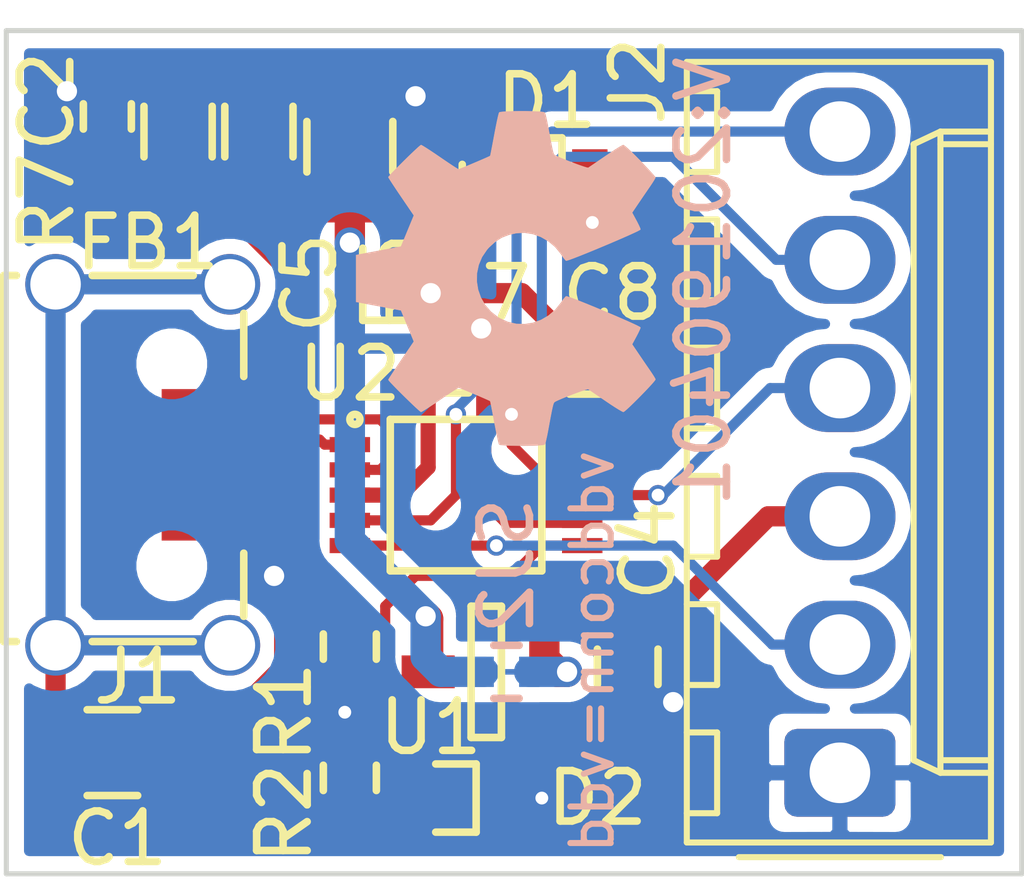
<source format=kicad_pcb>
(kicad_pcb (version 20171130) (host pcbnew 5.1.0-060a0da~80~ubuntu18.04.1)

  (general
    (thickness 1.6)
    (drawings 4)
    (tracks 168)
    (zones 0)
    (modules 20)
    (nets 18)
  )

  (page A4)
  (layers
    (0 F.Cu signal)
    (31 B.Cu signal)
    (32 B.Adhes user)
    (33 F.Adhes user)
    (34 B.Paste user)
    (35 F.Paste user)
    (36 B.SilkS user hide)
    (37 F.SilkS user)
    (38 B.Mask user)
    (39 F.Mask user)
    (40 Dwgs.User user)
    (41 Cmts.User user)
    (42 Eco1.User user)
    (43 Eco2.User user)
    (44 Edge.Cuts user)
    (45 Margin user)
    (46 B.CrtYd user)
    (47 F.CrtYd user)
    (48 B.Fab user)
    (49 F.Fab user)
  )

  (setup
    (last_trace_width 0.2)
    (user_trace_width 0.1524)
    (user_trace_width 0.2)
    (user_trace_width 0.3)
    (user_trace_width 0.4)
    (user_trace_width 0.6)
    (user_trace_width 1)
    (user_trace_width 1.5)
    (user_trace_width 2)
    (trace_clearance 0.1524)
    (zone_clearance 0.508)
    (zone_45_only no)
    (trace_min 0.1524)
    (via_size 0.381)
    (via_drill 0.254)
    (via_min_size 0.381)
    (via_min_drill 0.254)
    (user_via 0.4 0.254)
    (user_via 0.6 0.4)
    (user_via 0.8 0.6)
    (user_via 1 0.8)
    (user_via 1.3 1)
    (user_via 1.5 1.2)
    (user_via 1.7 1.4)
    (user_via 1.9 1.6)
    (uvia_size 0.381)
    (uvia_drill 0.254)
    (uvias_allowed no)
    (uvia_min_size 0.381)
    (uvia_min_drill 0.254)
    (edge_width 0.15)
    (segment_width 0.2)
    (pcb_text_width 0.3)
    (pcb_text_size 1.5 1.5)
    (mod_edge_width 0.15)
    (mod_text_size 1 1)
    (mod_text_width 0.15)
    (pad_size 1.524 1.524)
    (pad_drill 0.762)
    (pad_to_mask_clearance 0.1)
    (solder_mask_min_width 0.05)
    (pad_to_paste_clearance_ratio -0.15)
    (aux_axis_origin 0 0)
    (visible_elements FFFFFF7F)
    (pcbplotparams
      (layerselection 0x010fc_ffffffff)
      (usegerberextensions true)
      (usegerberattributes false)
      (usegerberadvancedattributes false)
      (creategerberjobfile false)
      (excludeedgelayer true)
      (linewidth 0.100000)
      (plotframeref false)
      (viasonmask false)
      (mode 1)
      (useauxorigin false)
      (hpglpennumber 1)
      (hpglpenspeed 20)
      (hpglpendiameter 15.000000)
      (psnegative false)
      (psa4output false)
      (plotreference true)
      (plotvalue true)
      (plotinvisibletext false)
      (padsonsilk false)
      (subtractmaskfromsilk false)
      (outputformat 1)
      (mirror false)
      (drillshape 0)
      (scaleselection 1)
      (outputdirectory "OSH_Park_2_layer_plots"))
  )

  (net 0 "")
  (net 1 /VSS)
  (net 2 "Net-(C1-Pad1)")
  (net 3 /VBUS)
  (net 4 /VDD)
  (net 5 /VDD_33V)
  (net 6 "Net-(J1-Pad4)")
  (net 7 /USB_DP)
  (net 8 /USB_DM)
  (net 9 /CTSI)
  (net 10 /TXO)
  (net 11 /RXI)
  (net 12 /RTSO)
  (net 13 "Net-(D1-Pad2)")
  (net 14 "Net-(FB1-Pad2)")
  (net 15 /VDDCONN)
  (net 16 "Net-(D2-Pad2)")
  (net 17 /ACT)

  (net_class Default "This is the default net class."
    (clearance 0.1524)
    (trace_width 0.1524)
    (via_dia 0.381)
    (via_drill 0.254)
    (uvia_dia 0.381)
    (uvia_drill 0.254)
    (add_net /ACT)
    (add_net /CTSI)
    (add_net /RTSO)
    (add_net /RXI)
    (add_net /TXO)
    (add_net /USB_DM)
    (add_net /USB_DP)
    (add_net /VBUS)
    (add_net /VDD)
    (add_net /VDDCONN)
    (add_net /VDD_33V)
    (add_net /VSS)
    (add_net "Net-(C1-Pad1)")
    (add_net "Net-(D1-Pad2)")
    (add_net "Net-(D2-Pad2)")
    (add_net "Net-(FB1-Pad2)")
    (add_net "Net-(J1-Pad4)")
  )

  (module Connector_Molex:Molex_KK-254_AE-6410-06A_1x06_P2.54mm_Vertical (layer F.Cu) (tedit 5B78013E) (tstamp 5CA23E19)
    (at 157.5 97.3 90)
    (descr "Molex KK-254 Interconnect System, old/engineering part number: AE-6410-06A example for new part number: 22-27-2061, 6 Pins (http://www.molex.com/pdm_docs/sd/022272021_sd.pdf), generated with kicad-footprint-generator")
    (tags "connector Molex KK-254 side entry")
    (path /5C99F5E1)
    (fp_text reference J2 (at 13.7 -4 90) (layer F.SilkS)
      (effects (font (size 1 1) (thickness 0.15)))
    )
    (fp_text value FTDI_PINS_1X06_input (at 6.35 2.8 90) (layer F.Fab)
      (effects (font (size 1 1) (thickness 0.15)))
    )
    (fp_line (start -1.27 -2.92) (end -1.27 2.88) (layer F.Fab) (width 0.1))
    (fp_line (start -1.27 2.88) (end 13.97 2.88) (layer F.Fab) (width 0.1))
    (fp_line (start 13.97 2.88) (end 13.97 -2.92) (layer F.Fab) (width 0.1))
    (fp_line (start 13.97 -2.92) (end -1.27 -2.92) (layer F.Fab) (width 0.1))
    (fp_line (start -1.38 -3.03) (end -1.38 2.99) (layer F.SilkS) (width 0.12))
    (fp_line (start -1.38 2.99) (end 14.08 2.99) (layer F.SilkS) (width 0.12))
    (fp_line (start 14.08 2.99) (end 14.08 -3.03) (layer F.SilkS) (width 0.12))
    (fp_line (start 14.08 -3.03) (end -1.38 -3.03) (layer F.SilkS) (width 0.12))
    (fp_line (start -1.67 -2) (end -1.67 2) (layer F.SilkS) (width 0.12))
    (fp_line (start -1.27 -0.5) (end -0.562893 0) (layer F.Fab) (width 0.1))
    (fp_line (start -0.562893 0) (end -1.27 0.5) (layer F.Fab) (width 0.1))
    (fp_line (start 0 2.99) (end 0 1.99) (layer F.SilkS) (width 0.12))
    (fp_line (start 0 1.99) (end 12.7 1.99) (layer F.SilkS) (width 0.12))
    (fp_line (start 12.7 1.99) (end 12.7 2.99) (layer F.SilkS) (width 0.12))
    (fp_line (start 0 1.99) (end 0.25 1.46) (layer F.SilkS) (width 0.12))
    (fp_line (start 0.25 1.46) (end 12.45 1.46) (layer F.SilkS) (width 0.12))
    (fp_line (start 12.45 1.46) (end 12.7 1.99) (layer F.SilkS) (width 0.12))
    (fp_line (start 0.25 2.99) (end 0.25 1.99) (layer F.SilkS) (width 0.12))
    (fp_line (start 12.45 2.99) (end 12.45 1.99) (layer F.SilkS) (width 0.12))
    (fp_line (start -0.8 -3.03) (end -0.8 -2.43) (layer F.SilkS) (width 0.12))
    (fp_line (start -0.8 -2.43) (end 0.8 -2.43) (layer F.SilkS) (width 0.12))
    (fp_line (start 0.8 -2.43) (end 0.8 -3.03) (layer F.SilkS) (width 0.12))
    (fp_line (start 1.74 -3.03) (end 1.74 -2.43) (layer F.SilkS) (width 0.12))
    (fp_line (start 1.74 -2.43) (end 3.34 -2.43) (layer F.SilkS) (width 0.12))
    (fp_line (start 3.34 -2.43) (end 3.34 -3.03) (layer F.SilkS) (width 0.12))
    (fp_line (start 4.28 -3.03) (end 4.28 -2.43) (layer F.SilkS) (width 0.12))
    (fp_line (start 4.28 -2.43) (end 5.88 -2.43) (layer F.SilkS) (width 0.12))
    (fp_line (start 5.88 -2.43) (end 5.88 -3.03) (layer F.SilkS) (width 0.12))
    (fp_line (start 6.82 -3.03) (end 6.82 -2.43) (layer F.SilkS) (width 0.12))
    (fp_line (start 6.82 -2.43) (end 8.42 -2.43) (layer F.SilkS) (width 0.12))
    (fp_line (start 8.42 -2.43) (end 8.42 -3.03) (layer F.SilkS) (width 0.12))
    (fp_line (start 9.36 -3.03) (end 9.36 -2.43) (layer F.SilkS) (width 0.12))
    (fp_line (start 9.36 -2.43) (end 10.96 -2.43) (layer F.SilkS) (width 0.12))
    (fp_line (start 10.96 -2.43) (end 10.96 -3.03) (layer F.SilkS) (width 0.12))
    (fp_line (start 11.9 -3.03) (end 11.9 -2.43) (layer F.SilkS) (width 0.12))
    (fp_line (start 11.9 -2.43) (end 13.5 -2.43) (layer F.SilkS) (width 0.12))
    (fp_line (start 13.5 -2.43) (end 13.5 -3.03) (layer F.SilkS) (width 0.12))
    (fp_line (start -1.77 -3.42) (end -1.77 3.38) (layer F.CrtYd) (width 0.05))
    (fp_line (start -1.77 3.38) (end 14.47 3.38) (layer F.CrtYd) (width 0.05))
    (fp_line (start 14.47 3.38) (end 14.47 -3.42) (layer F.CrtYd) (width 0.05))
    (fp_line (start 14.47 -3.42) (end -1.77 -3.42) (layer F.CrtYd) (width 0.05))
    (fp_text user %R (at 13.7 -4 90) (layer F.Fab)
      (effects (font (size 1 1) (thickness 0.15)))
    )
    (pad 1 thru_hole roundrect (at 0 0 90) (size 1.74 2.2) (drill 1.2) (layers *.Cu *.Mask) (roundrect_rratio 0.143678)
      (net 1 /VSS))
    (pad 2 thru_hole oval (at 2.54 0 90) (size 1.74 2.2) (drill 1.2) (layers *.Cu *.Mask)
      (net 9 /CTSI))
    (pad 3 thru_hole oval (at 5.08 0 90) (size 1.74 2.2) (drill 1.2) (layers *.Cu *.Mask)
      (net 15 /VDDCONN))
    (pad 4 thru_hole oval (at 7.62 0 90) (size 1.74 2.2) (drill 1.2) (layers *.Cu *.Mask)
      (net 10 /TXO))
    (pad 5 thru_hole oval (at 10.16 0 90) (size 1.74 2.2) (drill 1.2) (layers *.Cu *.Mask)
      (net 11 /RXI))
    (pad 6 thru_hole oval (at 12.7 0 90) (size 1.74 2.2) (drill 1.2) (layers *.Cu *.Mask)
      (net 12 /RTSO))
    (model ${KISYS3DMOD}/Connector_Molex.3dshapes/Molex_KK-254_AE-6410-06A_1x06_P2.54mm_Vertical.wrl
      (at (xyz 0 0 0))
      (scale (xyz 1 1 1))
      (rotate (xyz 0 0 0))
    )
  )

  (module Symbols:OSHW-Symbol_6.7x6mm_SilkScreen (layer B.Cu) (tedit 0) (tstamp 5CA1EFC0)
    (at 150.9 87.5 270)
    (descr "Open Source Hardware Symbol")
    (tags "Logo Symbol OSHW")
    (path /5A135869)
    (attr virtual)
    (fp_text reference N1 (at 0 0 270) (layer B.SilkS) hide
      (effects (font (size 1 1) (thickness 0.15)) (justify mirror))
    )
    (fp_text value OHWLOGO (at 0.75 0 270) (layer B.Fab) hide
      (effects (font (size 1 1) (thickness 0.15)) (justify mirror))
    )
    (fp_poly (pts (xy 0.555814 2.531069) (xy 0.639635 2.086445) (xy 0.94892 1.958947) (xy 1.258206 1.831449)
      (xy 1.629246 2.083754) (xy 1.733157 2.154004) (xy 1.827087 2.216728) (xy 1.906652 2.269062)
      (xy 1.96747 2.308143) (xy 2.005157 2.331107) (xy 2.015421 2.336058) (xy 2.03391 2.323324)
      (xy 2.07342 2.288118) (xy 2.129522 2.234938) (xy 2.197787 2.168282) (xy 2.273786 2.092646)
      (xy 2.353092 2.012528) (xy 2.431275 1.932426) (xy 2.503907 1.856836) (xy 2.566559 1.790255)
      (xy 2.614803 1.737182) (xy 2.64421 1.702113) (xy 2.651241 1.690377) (xy 2.641123 1.66874)
      (xy 2.612759 1.621338) (xy 2.569129 1.552807) (xy 2.513218 1.467785) (xy 2.448006 1.370907)
      (xy 2.410219 1.31565) (xy 2.341343 1.214752) (xy 2.28014 1.123701) (xy 2.229578 1.04703)
      (xy 2.192628 0.989272) (xy 2.172258 0.954957) (xy 2.169197 0.947746) (xy 2.176136 0.927252)
      (xy 2.195051 0.879487) (xy 2.223087 0.811168) (xy 2.257391 0.729011) (xy 2.295109 0.63973)
      (xy 2.333387 0.550042) (xy 2.36937 0.466662) (xy 2.400206 0.396306) (xy 2.423039 0.34569)
      (xy 2.435017 0.321529) (xy 2.435724 0.320578) (xy 2.454531 0.315964) (xy 2.504618 0.305672)
      (xy 2.580793 0.290713) (xy 2.677865 0.272099) (xy 2.790643 0.250841) (xy 2.856442 0.238582)
      (xy 2.97695 0.215638) (xy 3.085797 0.193805) (xy 3.177476 0.174278) (xy 3.246481 0.158252)
      (xy 3.287304 0.146921) (xy 3.295511 0.143326) (xy 3.303548 0.118994) (xy 3.310033 0.064041)
      (xy 3.31497 -0.015108) (xy 3.318364 -0.112026) (xy 3.320218 -0.220287) (xy 3.320538 -0.333465)
      (xy 3.319327 -0.445135) (xy 3.31659 -0.548868) (xy 3.312331 -0.638241) (xy 3.306555 -0.706826)
      (xy 3.299267 -0.748197) (xy 3.294895 -0.75681) (xy 3.268764 -0.767133) (xy 3.213393 -0.781892)
      (xy 3.136107 -0.799352) (xy 3.04423 -0.81778) (xy 3.012158 -0.823741) (xy 2.857524 -0.852066)
      (xy 2.735375 -0.874876) (xy 2.641673 -0.89308) (xy 2.572384 -0.907583) (xy 2.523471 -0.919292)
      (xy 2.490897 -0.929115) (xy 2.470628 -0.937956) (xy 2.458626 -0.946724) (xy 2.456947 -0.948457)
      (xy 2.440184 -0.976371) (xy 2.414614 -1.030695) (xy 2.382788 -1.104777) (xy 2.34726 -1.191965)
      (xy 2.310583 -1.285608) (xy 2.275311 -1.379052) (xy 2.243996 -1.465647) (xy 2.219193 -1.53874)
      (xy 2.203454 -1.591678) (xy 2.199332 -1.617811) (xy 2.199676 -1.618726) (xy 2.213641 -1.640086)
      (xy 2.245322 -1.687084) (xy 2.291391 -1.754827) (xy 2.348518 -1.838423) (xy 2.413373 -1.932982)
      (xy 2.431843 -1.959854) (xy 2.497699 -2.057275) (xy 2.55565 -2.146163) (xy 2.602538 -2.221412)
      (xy 2.635207 -2.27792) (xy 2.6505 -2.310581) (xy 2.651241 -2.314593) (xy 2.638392 -2.335684)
      (xy 2.602888 -2.377464) (xy 2.549293 -2.435445) (xy 2.482171 -2.505135) (xy 2.406087 -2.582045)
      (xy 2.325604 -2.661683) (xy 2.245287 -2.739561) (xy 2.169699 -2.811186) (xy 2.103405 -2.87207)
      (xy 2.050969 -2.917721) (xy 2.016955 -2.94365) (xy 2.007545 -2.947883) (xy 1.985643 -2.937912)
      (xy 1.9408 -2.91102) (xy 1.880321 -2.871736) (xy 1.833789 -2.840117) (xy 1.749475 -2.782098)
      (xy 1.649626 -2.713784) (xy 1.549473 -2.645579) (xy 1.495627 -2.609075) (xy 1.313371 -2.4858)
      (xy 1.160381 -2.56852) (xy 1.090682 -2.604759) (xy 1.031414 -2.632926) (xy 0.991311 -2.648991)
      (xy 0.981103 -2.651226) (xy 0.968829 -2.634722) (xy 0.944613 -2.588082) (xy 0.910263 -2.515609)
      (xy 0.867588 -2.421606) (xy 0.818394 -2.310374) (xy 0.76449 -2.186215) (xy 0.707684 -2.053432)
      (xy 0.649782 -1.916327) (xy 0.592593 -1.779202) (xy 0.537924 -1.646358) (xy 0.487584 -1.522098)
      (xy 0.44338 -1.410725) (xy 0.407119 -1.316539) (xy 0.380609 -1.243844) (xy 0.365658 -1.196941)
      (xy 0.363254 -1.180833) (xy 0.382311 -1.160286) (xy 0.424036 -1.126933) (xy 0.479706 -1.087702)
      (xy 0.484378 -1.084599) (xy 0.628264 -0.969423) (xy 0.744283 -0.835053) (xy 0.83143 -0.685784)
      (xy 0.888699 -0.525913) (xy 0.915086 -0.359737) (xy 0.909585 -0.191552) (xy 0.87119 -0.025655)
      (xy 0.798895 0.133658) (xy 0.777626 0.168513) (xy 0.666996 0.309263) (xy 0.536302 0.422286)
      (xy 0.390064 0.506997) (xy 0.232808 0.562806) (xy 0.069057 0.589126) (xy -0.096667 0.58537)
      (xy -0.259838 0.55095) (xy -0.415935 0.485277) (xy -0.560433 0.387765) (xy -0.605131 0.348187)
      (xy -0.718888 0.224297) (xy -0.801782 0.093876) (xy -0.858644 -0.052315) (xy -0.890313 -0.197088)
      (xy -0.898131 -0.35986) (xy -0.872062 -0.52344) (xy -0.814755 -0.682298) (xy -0.728856 -0.830906)
      (xy -0.617014 -0.963735) (xy -0.481877 -1.075256) (xy -0.464117 -1.087011) (xy -0.40785 -1.125508)
      (xy -0.365077 -1.158863) (xy -0.344628 -1.18016) (xy -0.344331 -1.180833) (xy -0.348721 -1.203871)
      (xy -0.366124 -1.256157) (xy -0.394732 -1.33339) (xy -0.432735 -1.431268) (xy -0.478326 -1.545491)
      (xy -0.529697 -1.671758) (xy -0.585038 -1.805767) (xy -0.642542 -1.943218) (xy -0.700399 -2.079808)
      (xy -0.756802 -2.211237) (xy -0.809942 -2.333205) (xy -0.85801 -2.441409) (xy -0.899199 -2.531549)
      (xy -0.931699 -2.599323) (xy -0.953703 -2.64043) (xy -0.962564 -2.651226) (xy -0.98964 -2.642819)
      (xy -1.040303 -2.620272) (xy -1.105817 -2.587613) (xy -1.141841 -2.56852) (xy -1.294832 -2.4858)
      (xy -1.477088 -2.609075) (xy -1.570125 -2.672228) (xy -1.671985 -2.741727) (xy -1.767438 -2.807165)
      (xy -1.81525 -2.840117) (xy -1.882495 -2.885273) (xy -1.939436 -2.921057) (xy -1.978646 -2.942938)
      (xy -1.991381 -2.947563) (xy -2.009917 -2.935085) (xy -2.050941 -2.900252) (xy -2.110475 -2.846678)
      (xy -2.184542 -2.777983) (xy -2.269165 -2.697781) (xy -2.322685 -2.646286) (xy -2.416319 -2.554286)
      (xy -2.497241 -2.471999) (xy -2.562177 -2.402945) (xy -2.607858 -2.350644) (xy -2.631011 -2.318616)
      (xy -2.633232 -2.312116) (xy -2.622924 -2.287394) (xy -2.594439 -2.237405) (xy -2.550937 -2.167212)
      (xy -2.495577 -2.081875) (xy -2.43152 -1.986456) (xy -2.413303 -1.959854) (xy -2.346927 -1.863167)
      (xy -2.287378 -1.776117) (xy -2.237984 -1.703595) (xy -2.202075 -1.650493) (xy -2.182981 -1.621703)
      (xy -2.181136 -1.618726) (xy -2.183895 -1.595782) (xy -2.198538 -1.545336) (xy -2.222513 -1.474041)
      (xy -2.253266 -1.388547) (xy -2.288244 -1.295507) (xy -2.324893 -1.201574) (xy -2.360661 -1.113399)
      (xy -2.392994 -1.037634) (xy -2.419338 -0.980931) (xy -2.437142 -0.949943) (xy -2.438407 -0.948457)
      (xy -2.449294 -0.939601) (xy -2.467682 -0.930843) (xy -2.497606 -0.921277) (xy -2.543103 -0.909996)
      (xy -2.608209 -0.896093) (xy -2.696961 -0.878663) (xy -2.813393 -0.856798) (xy -2.961542 -0.829591)
      (xy -2.993618 -0.823741) (xy -3.088686 -0.805374) (xy -3.171565 -0.787405) (xy -3.23493 -0.771569)
      (xy -3.271458 -0.7596) (xy -3.276356 -0.75681) (xy -3.284427 -0.732072) (xy -3.290987 -0.67679)
      (xy -3.296033 -0.597389) (xy -3.299559 -0.500296) (xy -3.301561 -0.391938) (xy -3.302036 -0.27874)
      (xy -3.300977 -0.167128) (xy -3.298382 -0.063529) (xy -3.294246 0.025632) (xy -3.288563 0.093928)
      (xy -3.281331 0.134934) (xy -3.276971 0.143326) (xy -3.252698 0.151792) (xy -3.197426 0.165565)
      (xy -3.116662 0.18345) (xy -3.015912 0.204252) (xy -2.900683 0.226777) (xy -2.837902 0.238582)
      (xy -2.718787 0.260849) (xy -2.612565 0.281021) (xy -2.524427 0.298085) (xy -2.459566 0.311031)
      (xy -2.423174 0.318845) (xy -2.417184 0.320578) (xy -2.407061 0.34011) (xy -2.385662 0.387157)
      (xy -2.355839 0.454997) (xy -2.320445 0.536909) (xy -2.282332 0.626172) (xy -2.244353 0.716065)
      (xy -2.20936 0.799865) (xy -2.180206 0.870853) (xy -2.159743 0.922306) (xy -2.150823 0.947503)
      (xy -2.150657 0.948604) (xy -2.160769 0.968481) (xy -2.189117 1.014223) (xy -2.232723 1.081283)
      (xy -2.288606 1.165116) (xy -2.353787 1.261174) (xy -2.391679 1.31635) (xy -2.460725 1.417519)
      (xy -2.52205 1.50937) (xy -2.572663 1.587256) (xy -2.609571 1.646531) (xy -2.629782 1.682549)
      (xy -2.632701 1.690623) (xy -2.620153 1.709416) (xy -2.585463 1.749543) (xy -2.533063 1.806507)
      (xy -2.467384 1.875815) (xy -2.392856 1.952969) (xy -2.313913 2.033475) (xy -2.234983 2.112837)
      (xy -2.1605 2.18656) (xy -2.094894 2.250148) (xy -2.042596 2.299106) (xy -2.008039 2.328939)
      (xy -1.996478 2.336058) (xy -1.977654 2.326047) (xy -1.932631 2.297922) (xy -1.865787 2.254546)
      (xy -1.781499 2.198782) (xy -1.684144 2.133494) (xy -1.610707 2.083754) (xy -1.239667 1.831449)
      (xy -0.621095 2.086445) (xy -0.537275 2.531069) (xy -0.453454 2.975693) (xy 0.471994 2.975693)
      (xy 0.555814 2.531069)) (layer B.SilkS) (width 0.01))
  )

  (module SquantorLabels:Label_version (layer B.Cu) (tedit 5B5A1E49) (tstamp 5C99BF8B)
    (at 154.9 88.6 270)
    (path /5A1357A5)
    (fp_text reference N2 (at 0 -1.4 270) (layer B.Fab) hide
      (effects (font (size 1 1) (thickness 0.15)) (justify mirror))
    )
    (fp_text value 20190401 (at -0.4 0.1 270) (layer B.SilkS)
      (effects (font (size 1 1) (thickness 0.15)) (justify mirror))
    )
    (fp_text user V: (at -4.8 0.1 270) (layer B.SilkS)
      (effects (font (size 1 1) (thickness 0.15)) (justify mirror))
    )
  )

  (module SquantorRcl:C_0805 (layer F.Cu) (tedit 5415D6EA) (tstamp 5C99AAB6)
    (at 143.1 96.9)
    (descr "Capacitor SMD 0805, reflow soldering, AVX (see smccp.pdf)")
    (tags "capacitor 0805")
    (path /5C92E663)
    (attr smd)
    (fp_text reference C1 (at 0.1 1.7) (layer F.SilkS)
      (effects (font (size 1 1) (thickness 0.15)))
    )
    (fp_text value 100n (at 0 1.7) (layer F.Fab)
      (effects (font (size 1 1) (thickness 0.15)))
    )
    (fp_line (start -0.5 0.85) (end 0.5 0.85) (layer F.SilkS) (width 0.15))
    (fp_line (start 0.5 -0.85) (end -0.5 -0.85) (layer F.SilkS) (width 0.15))
    (fp_line (start 1.8 -1) (end 1.8 1) (layer F.CrtYd) (width 0.05))
    (fp_line (start -1.8 -1) (end -1.8 1) (layer F.CrtYd) (width 0.05))
    (fp_line (start -1.8 1) (end 1.8 1) (layer F.CrtYd) (width 0.05))
    (fp_line (start -1.8 -1) (end 1.8 -1) (layer F.CrtYd) (width 0.05))
    (fp_line (start -1 -0.625) (end 1 -0.625) (layer F.Fab) (width 0.15))
    (fp_line (start 1 -0.625) (end 1 0.625) (layer F.Fab) (width 0.15))
    (fp_line (start 1 0.625) (end -1 0.625) (layer F.Fab) (width 0.15))
    (fp_line (start -1 0.625) (end -1 -0.625) (layer F.Fab) (width 0.15))
    (pad 2 smd rect (at 1 0) (size 1 1.25) (layers F.Cu F.Paste F.Mask)
      (net 1 /VSS))
    (pad 1 smd rect (at -1 0) (size 1 1.25) (layers F.Cu F.Paste F.Mask)
      (net 2 "Net-(C1-Pad1)"))
    (model Capacitors_SMD.3dshapes/C_0805.wrl
      (at (xyz 0 0 0))
      (scale (xyz 1 1 1))
      (rotate (xyz 0 0 0))
    )
  )

  (module SquantorRcl:C_0603 (layer F.Cu) (tedit 5415D631) (tstamp 5CA23EEE)
    (at 153.3 95.2 270)
    (descr "Capacitor SMD 0603, reflow soldering, AVX (see smccp.pdf)")
    (tags "capacitor 0603")
    (path /5CA0EAEE)
    (attr smd)
    (fp_text reference C4 (at -2.3 -0.4 270) (layer F.SilkS)
      (effects (font (size 1 1) (thickness 0.15)))
    )
    (fp_text value 1u (at -2.3 -0.4 270) (layer F.Fab)
      (effects (font (size 1 1) (thickness 0.15)))
    )
    (fp_line (start 0.35 0.6) (end -0.35 0.6) (layer F.SilkS) (width 0.15))
    (fp_line (start -0.35 -0.6) (end 0.35 -0.6) (layer F.SilkS) (width 0.15))
    (fp_line (start 1.45 -0.75) (end 1.45 0.75) (layer F.CrtYd) (width 0.05))
    (fp_line (start -1.45 -0.75) (end -1.45 0.75) (layer F.CrtYd) (width 0.05))
    (fp_line (start -1.45 0.75) (end 1.45 0.75) (layer F.CrtYd) (width 0.05))
    (fp_line (start -1.45 -0.75) (end 1.45 -0.75) (layer F.CrtYd) (width 0.05))
    (fp_line (start -0.8 -0.4) (end 0.8 -0.4) (layer F.Fab) (width 0.15))
    (fp_line (start 0.8 -0.4) (end 0.8 0.4) (layer F.Fab) (width 0.15))
    (fp_line (start 0.8 0.4) (end -0.8 0.4) (layer F.Fab) (width 0.15))
    (fp_line (start -0.8 0.4) (end -0.8 -0.4) (layer F.Fab) (width 0.15))
    (pad 2 smd rect (at 0.75 0 270) (size 0.8 0.75) (layers F.Cu F.Paste F.Mask)
      (net 1 /VSS))
    (pad 1 smd rect (at -0.75 0 270) (size 0.8 0.75) (layers F.Cu F.Paste F.Mask)
      (net 15 /VDDCONN))
    (model Capacitors_SMD.3dshapes/C_0603.wrl
      (at (xyz 0 0 0))
      (scale (xyz 1 1 1))
      (rotate (xyz 0 0 0))
    )
  )

  (module SquantorRcl:C_0805 (layer F.Cu) (tedit 5415D6EA) (tstamp 5C99AAF6)
    (at 147.8 84.9 90)
    (descr "Capacitor SMD 0805, reflow soldering, AVX (see smccp.pdf)")
    (tags "capacitor 0805")
    (path /5C9348E3)
    (attr smd)
    (fp_text reference C5 (at -2.7 -0.8 90) (layer F.SilkS)
      (effects (font (size 1 1) (thickness 0.15)))
    )
    (fp_text value 10u (at -2.6 -0.8 90) (layer F.Fab)
      (effects (font (size 1 1) (thickness 0.15)))
    )
    (fp_line (start -1 0.625) (end -1 -0.625) (layer F.Fab) (width 0.15))
    (fp_line (start 1 0.625) (end -1 0.625) (layer F.Fab) (width 0.15))
    (fp_line (start 1 -0.625) (end 1 0.625) (layer F.Fab) (width 0.15))
    (fp_line (start -1 -0.625) (end 1 -0.625) (layer F.Fab) (width 0.15))
    (fp_line (start -1.8 -1) (end 1.8 -1) (layer F.CrtYd) (width 0.05))
    (fp_line (start -1.8 1) (end 1.8 1) (layer F.CrtYd) (width 0.05))
    (fp_line (start -1.8 -1) (end -1.8 1) (layer F.CrtYd) (width 0.05))
    (fp_line (start 1.8 -1) (end 1.8 1) (layer F.CrtYd) (width 0.05))
    (fp_line (start 0.5 -0.85) (end -0.5 -0.85) (layer F.SilkS) (width 0.15))
    (fp_line (start -0.5 0.85) (end 0.5 0.85) (layer F.SilkS) (width 0.15))
    (pad 1 smd rect (at -1 0 90) (size 1 1.25) (layers F.Cu F.Paste F.Mask)
      (net 4 /VDD))
    (pad 2 smd rect (at 1 0 90) (size 1 1.25) (layers F.Cu F.Paste F.Mask)
      (net 1 /VSS))
    (model Capacitors_SMD.3dshapes/C_0805.wrl
      (at (xyz 0 0 0))
      (scale (xyz 1 1 1))
      (rotate (xyz 0 0 0))
    )
  )

  (module SquantorRcl:C_0603 (layer F.Cu) (tedit 5415D631) (tstamp 5C99AB26)
    (at 152.5 89.2 180)
    (descr "Capacitor SMD 0603, reflow soldering, AVX (see smccp.pdf)")
    (tags "capacitor 0603")
    (path /5C9B7479/5C9D54B3)
    (attr smd)
    (fp_text reference C8 (at -0.5 1.4) (layer F.SilkS)
      (effects (font (size 1 1) (thickness 0.15)))
    )
    (fp_text value 1u (at -0.5 1.4) (layer F.Fab)
      (effects (font (size 1 1) (thickness 0.15)))
    )
    (fp_line (start 0.35 0.6) (end -0.35 0.6) (layer F.SilkS) (width 0.15))
    (fp_line (start -0.35 -0.6) (end 0.35 -0.6) (layer F.SilkS) (width 0.15))
    (fp_line (start 1.45 -0.75) (end 1.45 0.75) (layer F.CrtYd) (width 0.05))
    (fp_line (start -1.45 -0.75) (end -1.45 0.75) (layer F.CrtYd) (width 0.05))
    (fp_line (start -1.45 0.75) (end 1.45 0.75) (layer F.CrtYd) (width 0.05))
    (fp_line (start -1.45 -0.75) (end 1.45 -0.75) (layer F.CrtYd) (width 0.05))
    (fp_line (start -0.8 -0.4) (end 0.8 -0.4) (layer F.Fab) (width 0.15))
    (fp_line (start 0.8 -0.4) (end 0.8 0.4) (layer F.Fab) (width 0.15))
    (fp_line (start 0.8 0.4) (end -0.8 0.4) (layer F.Fab) (width 0.15))
    (fp_line (start -0.8 0.4) (end -0.8 -0.4) (layer F.Fab) (width 0.15))
    (pad 2 smd rect (at 0.75 0 180) (size 0.8 0.75) (layers F.Cu F.Paste F.Mask)
      (net 1 /VSS))
    (pad 1 smd rect (at -0.75 0 180) (size 0.8 0.75) (layers F.Cu F.Paste F.Mask)
      (net 5 /VDD_33V))
    (model Capacitors_SMD.3dshapes/C_0603.wrl
      (at (xyz 0 0 0))
      (scale (xyz 1 1 1))
      (rotate (xyz 0 0 0))
    )
  )

  (module SquantorRcl:R_0603_hand (layer F.Cu) (tedit 587552B0) (tstamp 5C99AB56)
    (at 146 84.6 90)
    (descr "Resistor SMD 0603, reflow soldering, Vishay (see dcrcw.pdf)")
    (tags "resistor 0603")
    (path /5C9338DB)
    (attr smd)
    (fp_text reference FB1 (at -2.2 -2.2 180) (layer F.SilkS)
      (effects (font (size 1 1) (thickness 0.15)))
    )
    (fp_text value 600 (at -2.2 -2.3 180) (layer F.Fab)
      (effects (font (size 1 1) (thickness 0.15)))
    )
    (fp_line (start -0.5 -0.675) (end 0.5 -0.675) (layer F.SilkS) (width 0.15))
    (fp_line (start 0.5 0.675) (end -0.5 0.675) (layer F.SilkS) (width 0.15))
    (fp_line (start 1.5 -0.8) (end 1.5 0.8) (layer F.CrtYd) (width 0.05))
    (fp_line (start -1.5 -0.8) (end -1.5 0.8) (layer F.CrtYd) (width 0.05))
    (fp_line (start -1.5 0.8) (end 1.5 0.8) (layer F.CrtYd) (width 0.05))
    (fp_line (start -1.5 -0.8) (end 1.5 -0.8) (layer F.CrtYd) (width 0.05))
    (fp_line (start -0.8 -0.4) (end 0.8 -0.4) (layer F.Fab) (width 0.1))
    (fp_line (start 0.8 -0.4) (end 0.8 0.4) (layer F.Fab) (width 0.1))
    (fp_line (start 0.8 0.4) (end -0.8 0.4) (layer F.Fab) (width 0.1))
    (fp_line (start -0.8 0.4) (end -0.8 -0.4) (layer F.Fab) (width 0.1))
    (pad 2 smd rect (at 0.85 0 90) (size 0.7 0.9) (layers F.Cu F.Paste F.Mask)
      (net 14 "Net-(FB1-Pad2)"))
    (pad 1 smd rect (at -0.85 0 90) (size 0.7 0.9) (layers F.Cu F.Paste F.Mask)
      (net 4 /VDD))
    (model Resistors_SMD.3dshapes/R_0603.wrl
      (at (xyz 0 0 0))
      (scale (xyz 1 1 1))
      (rotate (xyz 0 0 0))
    )
  )

  (module SquantorUsb:USB-muB-SMD_TH (layer F.Cu) (tedit 5B3D26BA) (tstamp 5C99AB6C)
    (at 143.7 91.2 270)
    (path /5C92FD3B)
    (fp_text reference J1 (at 4.2 0.1) (layer F.SilkS)
      (effects (font (size 1 1) (thickness 0.15)))
    )
    (fp_text value USB-ID (at 0 1.5 270) (layer F.Fab)
      (effects (font (size 1 1) (thickness 0.15)))
    )
    (fp_line (start 3.5 2.5) (end 3.5 2.75) (layer F.SilkS) (width 0.15))
    (fp_line (start 3.5 2.75) (end -3.75 2.75) (layer F.SilkS) (width 0.15))
    (fp_line (start -3.75 2.75) (end -3.75 2.5) (layer F.SilkS) (width 0.15))
    (fp_line (start -3.75 -1) (end -3.75 1) (layer F.SilkS) (width 0.15))
    (fp_line (start 3.5 -1) (end 3.5 1) (layer F.SilkS) (width 0.15))
    (fp_line (start 1.75 -2) (end 3 -2) (layer F.SilkS) (width 0.15))
    (fp_line (start -3 -2) (end -1.75 -2) (layer F.SilkS) (width 0.15))
    (pad S thru_hole circle (at -3.575 -1.725 270) (size 1.2 1.2) (drill 1) (layers *.Cu *.Mask)
      (net 2 "Net-(C1-Pad1)"))
    (pad S thru_hole circle (at 3.575 -1.725 270) (size 1.2 1.2) (drill 1) (layers *.Cu *.Mask)
      (net 2 "Net-(C1-Pad1)"))
    (pad S thru_hole circle (at -3.575 1.725 270) (size 1.2 1.2) (drill 1) (layers *.Cu *.Mask)
      (net 2 "Net-(C1-Pad1)"))
    (pad "" np_thru_hole circle (at -2 -0.575 270) (size 0.8 0.8) (drill 0.8) (layers *.Cu))
    (pad 5 smd rect (at 1.3 -1.3 270) (size 0.4 1.85) (layers F.Cu F.Paste F.Mask)
      (net 1 /VSS))
    (pad 4 smd rect (at 0.65 -1.3 270) (size 0.4 1.85) (layers F.Cu F.Paste F.Mask)
      (net 6 "Net-(J1-Pad4)"))
    (pad 3 smd rect (at 0 -1.3 270) (size 0.4 1.85) (layers F.Cu F.Paste F.Mask)
      (net 7 /USB_DP))
    (pad 2 smd rect (at -0.65 -1.3 270) (size 0.4 1.85) (layers F.Cu F.Paste F.Mask)
      (net 8 /USB_DM))
    (pad 1 smd rect (at -1.3 -1.3 270) (size 0.4 1.85) (layers F.Cu F.Paste F.Mask)
      (net 3 /VBUS))
    (pad "" np_thru_hole circle (at 2 -0.575 270) (size 0.8 0.8) (drill 0.8) (layers *.Cu))
    (pad S thru_hole circle (at 3.575 1.725 270) (size 1.2 1.2) (drill 1) (layers *.Cu *.Mask)
      (net 2 "Net-(C1-Pad1)"))
  )

  (module SquantorIC:SOT23-3-Microchip-TT (layer F.Cu) (tedit 5C6B2141) (tstamp 5CA23EC3)
    (at 150.5 95.3 90)
    (path /5C9A30EE)
    (fp_text reference U1 (at -1.1 -1.1 180) (layer F.SilkS)
      (effects (font (size 1 1) (thickness 0.15)))
    )
    (fp_text value MCP1702-CB (at -4.6 2.9 90) (layer F.Fab) hide
      (effects (font (size 1 1) (thickness 0.15)))
    )
    (fp_line (start -1.3 -0.3) (end 1.3 -0.3) (layer F.SilkS) (width 0.15))
    (fp_line (start 1.3 -0.3) (end 1.3 0.3) (layer F.SilkS) (width 0.15))
    (fp_line (start 1.3 0.3) (end -1.3 0.3) (layer F.SilkS) (width 0.15))
    (fp_line (start -1.3 0.3) (end -1.3 -0.3) (layer F.SilkS) (width 0.15))
    (fp_line (start -1.7 2) (end 1.7 2) (layer F.CrtYd) (width 0.05))
    (fp_line (start 1.7 2) (end 1.7 -2) (layer F.CrtYd) (width 0.05))
    (fp_line (start 1.7 -2) (end -1.7 -2) (layer F.CrtYd) (width 0.05))
    (fp_line (start -1.7 -2) (end -1.7 2) (layer F.CrtYd) (width 0.05))
    (pad 1 smd rect (at -0.95 1.15 90) (size 0.65 1.05) (layers F.Cu F.Paste F.Mask)
      (net 1 /VSS))
    (pad 2 smd rect (at 0.95 1.15 90) (size 0.65 1.05) (layers F.Cu F.Paste F.Mask)
      (net 15 /VDDCONN))
    (pad 3 smd rect (at 0 -1.15 90) (size 0.65 1.05) (layers F.Cu F.Paste F.Mask)
      (net 4 /VDD))
  )

  (module SquantorRcl:C_0402 (layer F.Cu) (tedit 58D18F8A) (tstamp 5C9AEA58)
    (at 143 84.3 90)
    (descr "Capacitor SMD 0402, reflow soldering, AVX (see smccp.pdf)")
    (tags "capacitor 0402")
    (path /5C931872)
    (attr smd)
    (fp_text reference C2 (at 0.3 -1.2 90) (layer F.SilkS)
      (effects (font (size 1 1) (thickness 0.15)))
    )
    (fp_text value 100n (at 0.3 -1.2 90) (layer F.Fab)
      (effects (font (size 1 1) (thickness 0.15)))
    )
    (fp_line (start -0.5 0.25) (end -0.5 -0.25) (layer F.Fab) (width 0.15))
    (fp_line (start 0.5 0.25) (end -0.5 0.25) (layer F.Fab) (width 0.15))
    (fp_line (start 0.5 -0.25) (end 0.5 0.25) (layer F.Fab) (width 0.15))
    (fp_line (start -0.5 -0.25) (end 0.5 -0.25) (layer F.Fab) (width 0.15))
    (fp_line (start -1.15 -0.6) (end 1.15 -0.6) (layer F.CrtYd) (width 0.05))
    (fp_line (start -1.15 0.6) (end 1.15 0.6) (layer F.CrtYd) (width 0.05))
    (fp_line (start -1.15 -0.6) (end -1.15 0.6) (layer F.CrtYd) (width 0.05))
    (fp_line (start 1.15 -0.6) (end 1.15 0.6) (layer F.CrtYd) (width 0.05))
    (fp_line (start 0.25 -0.475) (end -0.25 -0.475) (layer F.SilkS) (width 0.15))
    (fp_line (start -0.25 0.475) (end 0.25 0.475) (layer F.SilkS) (width 0.15))
    (pad 1 smd rect (at -0.55 0 90) (size 0.6 0.5) (layers F.Cu F.Paste F.Mask)
      (net 3 /VBUS) (solder_mask_margin 0.1))
    (pad 2 smd rect (at 0.55 0 90) (size 0.6 0.5) (layers F.Cu F.Paste F.Mask)
      (net 1 /VSS) (solder_mask_margin 0.1))
    (model Capacitors_SMD.3dshapes/C_0402.wrl
      (at (xyz 0 0 0))
      (scale (xyz 1 1 1))
      (rotate (xyz 0 0 0))
    )
  )

  (module SquantorRcl:C_0402 (layer F.Cu) (tedit 58D18F8A) (tstamp 5C9C4A18)
    (at 149.9 89.3 180)
    (descr "Capacitor SMD 0402, reflow soldering, AVX (see smccp.pdf)")
    (tags "capacitor 0402")
    (path /5C9B7479/5C9D549F)
    (attr smd)
    (fp_text reference C7 (at -0.5 1.5 180) (layer F.SilkS)
      (effects (font (size 1 1) (thickness 0.15)))
    )
    (fp_text value 100n (at -0.4 1.5 180) (layer F.Fab)
      (effects (font (size 1 1) (thickness 0.15)))
    )
    (fp_line (start -0.5 0.25) (end -0.5 -0.25) (layer F.Fab) (width 0.15))
    (fp_line (start 0.5 0.25) (end -0.5 0.25) (layer F.Fab) (width 0.15))
    (fp_line (start 0.5 -0.25) (end 0.5 0.25) (layer F.Fab) (width 0.15))
    (fp_line (start -0.5 -0.25) (end 0.5 -0.25) (layer F.Fab) (width 0.15))
    (fp_line (start -1.15 -0.6) (end 1.15 -0.6) (layer F.CrtYd) (width 0.05))
    (fp_line (start -1.15 0.6) (end 1.15 0.6) (layer F.CrtYd) (width 0.05))
    (fp_line (start -1.15 -0.6) (end -1.15 0.6) (layer F.CrtYd) (width 0.05))
    (fp_line (start 1.15 -0.6) (end 1.15 0.6) (layer F.CrtYd) (width 0.05))
    (fp_line (start 0.25 -0.475) (end -0.25 -0.475) (layer F.SilkS) (width 0.15))
    (fp_line (start -0.25 0.475) (end 0.25 0.475) (layer F.SilkS) (width 0.15))
    (pad 1 smd rect (at -0.55 0 180) (size 0.6 0.5) (layers F.Cu F.Paste F.Mask)
      (net 4 /VDD) (solder_mask_margin 0.1))
    (pad 2 smd rect (at 0.55 0 180) (size 0.6 0.5) (layers F.Cu F.Paste F.Mask)
      (net 1 /VSS) (solder_mask_margin 0.1))
    (model Capacitors_SMD.3dshapes/C_0402.wrl
      (at (xyz 0 0 0))
      (scale (xyz 1 1 1))
      (rotate (xyz 0 0 0))
    )
  )

  (module SquantorRcl:R_0402_hand (layer F.Cu) (tedit 5921FEA0) (tstamp 5C9AEAA3)
    (at 147.8 94.8 270)
    (descr "Resistor SMD 0402, reflow soldering, Vishay (see dcrcw.pdf)")
    (tags "resistor 0402")
    (path /5C92C64E)
    (attr smd)
    (fp_text reference R1 (at 1.3 1.3 270) (layer F.SilkS)
      (effects (font (size 1 1) (thickness 0.15)))
    )
    (fp_text value 0 (at 1.4 1.3 270) (layer F.Fab)
      (effects (font (size 1 1) (thickness 0.15)))
    )
    (fp_line (start -0.5 0.25) (end -0.5 -0.25) (layer F.Fab) (width 0.1))
    (fp_line (start 0.5 0.25) (end -0.5 0.25) (layer F.Fab) (width 0.1))
    (fp_line (start 0.5 -0.25) (end 0.5 0.25) (layer F.Fab) (width 0.1))
    (fp_line (start -0.5 -0.25) (end 0.5 -0.25) (layer F.Fab) (width 0.1))
    (fp_line (start -1.15 -0.65) (end 1.15 -0.65) (layer F.CrtYd) (width 0.05))
    (fp_line (start -1.15 0.65) (end 1.15 0.65) (layer F.CrtYd) (width 0.05))
    (fp_line (start -1.15 -0.65) (end -1.15 0.65) (layer F.CrtYd) (width 0.05))
    (fp_line (start 1.15 -0.65) (end 1.15 0.65) (layer F.CrtYd) (width 0.05))
    (fp_line (start 0.25 -0.525) (end -0.25 -0.525) (layer F.SilkS) (width 0.15))
    (fp_line (start -0.25 0.525) (end 0.25 0.525) (layer F.SilkS) (width 0.15))
    (pad 1 smd rect (at -0.55 0 270) (size 0.6 0.6) (layers F.Cu F.Paste F.Mask)
      (net 6 "Net-(J1-Pad4)"))
    (pad 2 smd rect (at 0.55 0 270) (size 0.6 0.6) (layers F.Cu F.Paste F.Mask)
      (net 1 /VSS))
    (model Resistors_SMD.3dshapes/R_0402.wrl
      (at (xyz 0 0 0))
      (scale (xyz 1 1 1))
      (rotate (xyz 0 0 0))
    )
  )

  (module SquantorRcl:R_0402_hand (layer F.Cu) (tedit 5921FEA0) (tstamp 5C9AEAD0)
    (at 149.5 85.5 270)
    (descr "Resistor SMD 0402, reflow soldering, Vishay (see dcrcw.pdf)")
    (tags "resistor 0402")
    (path /5CA52544)
    (attr smd)
    (fp_text reference R6 (at 2.1 0.9 270) (layer F.SilkS)
      (effects (font (size 1 1) (thickness 0.15)))
    )
    (fp_text value 1K (at 2.1 0.9 270) (layer F.Fab)
      (effects (font (size 1 1) (thickness 0.15)))
    )
    (fp_line (start -0.25 0.525) (end 0.25 0.525) (layer F.SilkS) (width 0.15))
    (fp_line (start 0.25 -0.525) (end -0.25 -0.525) (layer F.SilkS) (width 0.15))
    (fp_line (start 1.15 -0.65) (end 1.15 0.65) (layer F.CrtYd) (width 0.05))
    (fp_line (start -1.15 -0.65) (end -1.15 0.65) (layer F.CrtYd) (width 0.05))
    (fp_line (start -1.15 0.65) (end 1.15 0.65) (layer F.CrtYd) (width 0.05))
    (fp_line (start -1.15 -0.65) (end 1.15 -0.65) (layer F.CrtYd) (width 0.05))
    (fp_line (start -0.5 -0.25) (end 0.5 -0.25) (layer F.Fab) (width 0.1))
    (fp_line (start 0.5 -0.25) (end 0.5 0.25) (layer F.Fab) (width 0.1))
    (fp_line (start 0.5 0.25) (end -0.5 0.25) (layer F.Fab) (width 0.1))
    (fp_line (start -0.5 0.25) (end -0.5 -0.25) (layer F.Fab) (width 0.1))
    (pad 2 smd rect (at 0.55 0 270) (size 0.6 0.6) (layers F.Cu F.Paste F.Mask)
      (net 4 /VDD))
    (pad 1 smd rect (at -0.55 0 270) (size 0.6 0.6) (layers F.Cu F.Paste F.Mask)
      (net 13 "Net-(D1-Pad2)"))
    (model Resistors_SMD.3dshapes/R_0402.wrl
      (at (xyz 0 0 0))
      (scale (xyz 1 1 1))
      (rotate (xyz 0 0 0))
    )
  )

  (module SquantorRcl:R_0603_hand (layer F.Cu) (tedit 587552B0) (tstamp 5C9AEFAB)
    (at 144.4 84.6 270)
    (descr "Resistor SMD 0603, reflow soldering, Vishay (see dcrcw.pdf)")
    (tags "resistor 0603")
    (path /5C9C65BC)
    (attr smd)
    (fp_text reference R7 (at 1.4 2.6 270) (layer F.SilkS)
      (effects (font (size 1 1) (thickness 0.15)))
    )
    (fp_text value Fuse (at 1.2 2.6 270) (layer F.Fab)
      (effects (font (size 1 1) (thickness 0.15)))
    )
    (fp_line (start -0.8 0.4) (end -0.8 -0.4) (layer F.Fab) (width 0.1))
    (fp_line (start 0.8 0.4) (end -0.8 0.4) (layer F.Fab) (width 0.1))
    (fp_line (start 0.8 -0.4) (end 0.8 0.4) (layer F.Fab) (width 0.1))
    (fp_line (start -0.8 -0.4) (end 0.8 -0.4) (layer F.Fab) (width 0.1))
    (fp_line (start -1.5 -0.8) (end 1.5 -0.8) (layer F.CrtYd) (width 0.05))
    (fp_line (start -1.5 0.8) (end 1.5 0.8) (layer F.CrtYd) (width 0.05))
    (fp_line (start -1.5 -0.8) (end -1.5 0.8) (layer F.CrtYd) (width 0.05))
    (fp_line (start 1.5 -0.8) (end 1.5 0.8) (layer F.CrtYd) (width 0.05))
    (fp_line (start 0.5 0.675) (end -0.5 0.675) (layer F.SilkS) (width 0.15))
    (fp_line (start -0.5 -0.675) (end 0.5 -0.675) (layer F.SilkS) (width 0.15))
    (pad 1 smd rect (at -0.85 0 270) (size 0.7 0.9) (layers F.Cu F.Paste F.Mask)
      (net 14 "Net-(FB1-Pad2)"))
    (pad 2 smd rect (at 0.85 0 270) (size 0.7 0.9) (layers F.Cu F.Paste F.Mask)
      (net 3 /VBUS))
    (model Resistors_SMD.3dshapes/R_0603.wrl
      (at (xyz 0 0 0))
      (scale (xyz 1 1 1))
      (rotate (xyz 0 0 0))
    )
  )

  (module SquantorSpecial:solder_jumper_2way_conn (layer B.Cu) (tedit 5C9BE3F7) (tstamp 5CA23E95)
    (at 150.9 95.3 180)
    (descr "Resistor SMD 0402, reflow soldering, Vishay (see dcrcw.pdf)")
    (tags "resistor 0402")
    (path /5C9E2540)
    (attr smd)
    (fp_text reference SJ2 (at 0 2.1 270) (layer B.SilkS)
      (effects (font (size 1 1) (thickness 0.15)) (justify mirror))
    )
    (fp_text value vddconn=vdd (at -1.7 0.4 270) (layer B.SilkS)
      (effects (font (size 0.8 0.8) (thickness 0.12)) (justify mirror))
    )
    (fp_line (start -0.5 -0.25) (end -0.5 0.25) (layer B.Fab) (width 0.1))
    (fp_line (start 0.5 -0.25) (end -0.5 -0.25) (layer B.Fab) (width 0.1))
    (fp_line (start 0.5 0.25) (end 0.5 -0.25) (layer B.Fab) (width 0.1))
    (fp_line (start -0.5 0.25) (end 0.5 0.25) (layer B.Fab) (width 0.1))
    (fp_line (start -0.95 0.65) (end 0.95 0.65) (layer B.CrtYd) (width 0.05))
    (fp_line (start -0.95 -0.65) (end 0.95 -0.65) (layer B.CrtYd) (width 0.05))
    (fp_line (start -0.95 0.65) (end -0.95 -0.65) (layer B.CrtYd) (width 0.05))
    (fp_line (start 0.95 0.65) (end 0.95 -0.65) (layer B.CrtYd) (width 0.05))
    (fp_line (start 0.25 0.525) (end -0.25 0.525) (layer B.SilkS) (width 0.15))
    (fp_line (start -0.25 -0.525) (end 0.25 -0.525) (layer B.SilkS) (width 0.15))
    (fp_poly (pts (xy -0.25 0.05) (xy 0.25 0.05) (xy 0.25 -0.05) (xy -0.25 -0.05)) (layer B.Cu) (width 0.01))
    (pad 1 smd rect (at -0.45 0 180) (size 0.4 0.6) (layers B.Cu B.Mask)
      (net 15 /VDDCONN))
    (pad 2 smd rect (at 0.45 0 180) (size 0.4 0.6) (layers B.Cu B.Mask)
      (net 4 /VDD))
    (model Resistors_SMD.3dshapes/R_0402.wrl
      (at (xyz 0 0 0))
      (scale (xyz 1 1 1))
      (rotate (xyz 0 0 0))
    )
  )

  (module SquantorRcl:R_0402_hand (layer F.Cu) (tedit 5921FEA0) (tstamp 5CA2367B)
    (at 147.8 97.4 90)
    (descr "Resistor SMD 0402, reflow soldering, Vishay (see dcrcw.pdf)")
    (tags "resistor 0402")
    (path /5CA5FAB5)
    (attr smd)
    (fp_text reference R2 (at -0.7 -1.3 90) (layer F.SilkS)
      (effects (font (size 1 1) (thickness 0.15)))
    )
    (fp_text value 1K (at -0.7 -1.3 90) (layer F.Fab)
      (effects (font (size 1 1) (thickness 0.15)))
    )
    (fp_line (start -0.5 0.25) (end -0.5 -0.25) (layer F.Fab) (width 0.1))
    (fp_line (start 0.5 0.25) (end -0.5 0.25) (layer F.Fab) (width 0.1))
    (fp_line (start 0.5 -0.25) (end 0.5 0.25) (layer F.Fab) (width 0.1))
    (fp_line (start -0.5 -0.25) (end 0.5 -0.25) (layer F.Fab) (width 0.1))
    (fp_line (start -1.15 -0.65) (end 1.15 -0.65) (layer F.CrtYd) (width 0.05))
    (fp_line (start -1.15 0.65) (end 1.15 0.65) (layer F.CrtYd) (width 0.05))
    (fp_line (start -1.15 -0.65) (end -1.15 0.65) (layer F.CrtYd) (width 0.05))
    (fp_line (start 1.15 -0.65) (end 1.15 0.65) (layer F.CrtYd) (width 0.05))
    (fp_line (start 0.25 -0.525) (end -0.25 -0.525) (layer F.SilkS) (width 0.15))
    (fp_line (start -0.25 0.525) (end 0.25 0.525) (layer F.SilkS) (width 0.15))
    (pad 1 smd rect (at -0.55 0 90) (size 0.6 0.6) (layers F.Cu F.Paste F.Mask)
      (net 16 "Net-(D2-Pad2)"))
    (pad 2 smd rect (at 0.55 0 90) (size 0.6 0.6) (layers F.Cu F.Paste F.Mask)
      (net 17 /ACT))
    (model Resistors_SMD.3dshapes/R_0402.wrl
      (at (xyz 0 0 0))
      (scale (xyz 1 1 1))
      (rotate (xyz 0 0 0))
    )
  )

  (module SquantorIC:MSOP-10 (layer F.Cu) (tedit 5C993A76) (tstamp 5CA236B0)
    (at 150.1 91.8)
    (path /5C9B7479/5CA3A399)
    (fp_text reference U2 (at -2.3 -2.4) (layer F.SilkS)
      (effects (font (size 1 1) (thickness 0.15)))
    )
    (fp_text value CH340E (at -2.2 -2.4) (layer F.Fab)
      (effects (font (size 1 1) (thickness 0.15)))
    )
    (fp_line (start 2.5 0.05) (end 1.5 0.05) (layer F.Fab) (width 0.1))
    (fp_line (start 2.5 -0.05) (end 2.5 0.05) (layer F.Fab) (width 0.1))
    (fp_line (start 1.5 -0.05) (end 2.5 -0.05) (layer F.Fab) (width 0.1))
    (fp_line (start -1.5 1.5) (end -1.5 -1.5) (layer F.SilkS) (width 0.15))
    (fp_line (start 1.5 1.5) (end -1.5 1.5) (layer F.SilkS) (width 0.15))
    (fp_line (start 1.5 -1.5) (end 1.5 1.5) (layer F.SilkS) (width 0.15))
    (fp_line (start -1.5 -1.5) (end 1.5 -1.5) (layer F.SilkS) (width 0.15))
    (fp_line (start 2.5 -0.55) (end 2.5 -0.45) (layer F.Fab) (width 0.1))
    (fp_line (start 2.5 -0.45) (end 1.5 -0.45) (layer F.Fab) (width 0.1))
    (fp_line (start 1.5 -0.55) (end 2.5 -0.55) (layer F.Fab) (width 0.1))
    (fp_line (start 2.5 -0.95) (end 1.5 -0.95) (layer F.Fab) (width 0.1))
    (fp_line (start 2.5 -1.05) (end 2.5 -0.95) (layer F.Fab) (width 0.1))
    (fp_line (start 1.5 -1.05) (end 2.5 -1.05) (layer F.Fab) (width 0.1))
    (fp_line (start 2.5 0.55) (end 1.5 0.55) (layer F.Fab) (width 0.1))
    (fp_line (start 1.5 0.45) (end 2.5 0.45) (layer F.Fab) (width 0.1))
    (fp_line (start 2.5 0.45) (end 2.5 0.55) (layer F.Fab) (width 0.1))
    (fp_line (start 1.5 0.95) (end 2.5 0.95) (layer F.Fab) (width 0.1))
    (fp_line (start 2.5 0.95) (end 2.5 1.05) (layer F.Fab) (width 0.1))
    (fp_line (start 2.5 1.05) (end 1.5 1.05) (layer F.Fab) (width 0.1))
    (fp_line (start -2.5 -0.05) (end -1.5 -0.05) (layer F.Fab) (width 0.1))
    (fp_line (start -1.5 0.05) (end -2.5 0.05) (layer F.Fab) (width 0.1))
    (fp_line (start -2.5 0.05) (end -2.5 -0.05) (layer F.Fab) (width 0.1))
    (fp_line (start -2.5 -0.55) (end -1.5 -0.55) (layer F.Fab) (width 0.1))
    (fp_line (start -1.5 -0.45) (end -2.5 -0.45) (layer F.Fab) (width 0.1))
    (fp_line (start -2.5 -0.45) (end -2.5 -0.55) (layer F.Fab) (width 0.1))
    (fp_line (start -2.5 -0.95) (end -2.5 -1.05) (layer F.Fab) (width 0.1))
    (fp_line (start -1.5 -0.95) (end -2.5 -0.95) (layer F.Fab) (width 0.1))
    (fp_line (start -2.5 -1.05) (end -1.5 -1.05) (layer F.Fab) (width 0.1))
    (fp_line (start -2.5 0.45) (end -1.5 0.45) (layer F.Fab) (width 0.1))
    (fp_line (start -2.5 0.55) (end -2.5 0.45) (layer F.Fab) (width 0.1))
    (fp_line (start -1.5 0.55) (end -2.5 0.55) (layer F.Fab) (width 0.1))
    (fp_line (start -2.5 1.05) (end -2.5 0.95) (layer F.Fab) (width 0.1))
    (fp_line (start -2.5 0.95) (end -1.5 0.95) (layer F.Fab) (width 0.1))
    (fp_line (start -1.5 1.05) (end -2.5 1.05) (layer F.Fab) (width 0.1))
    (fp_circle (center -2.2 -1.5) (end -2.1 -1.5) (layer F.SilkS) (width 0.15))
    (fp_line (start -3 -1.8) (end 3 -1.8) (layer F.CrtYd) (width 0.05))
    (fp_line (start 3 -1.8) (end 3 1.8) (layer F.CrtYd) (width 0.05))
    (fp_line (start 3 1.8) (end -3 1.8) (layer F.CrtYd) (width 0.05))
    (fp_line (start -3 1.8) (end -3 -1.8) (layer F.CrtYd) (width 0.05))
    (pad 1 smd rect (at -2.3 -1) (size 0.8 0.3) (layers F.Cu F.Paste F.Mask)
      (net 7 /USB_DP))
    (pad 2 smd rect (at -2.3 -0.5) (size 0.8 0.3) (layers F.Cu F.Paste F.Mask)
      (net 8 /USB_DM))
    (pad 3 smd rect (at -2.3 0) (size 0.8 0.3) (layers F.Cu F.Paste F.Mask)
      (net 1 /VSS))
    (pad 4 smd rect (at -2.3 0.5) (size 0.8 0.3) (layers F.Cu F.Paste F.Mask)
      (net 12 /RTSO))
    (pad 5 smd rect (at -2.3 1) (size 0.8 0.3) (layers F.Cu F.Paste F.Mask)
      (net 9 /CTSI))
    (pad 6 smd rect (at 2.3 1) (size 0.8 0.3) (layers F.Cu F.Paste F.Mask)
      (net 17 /ACT))
    (pad 7 smd rect (at 2.3 0.5) (size 0.8 0.3) (layers F.Cu F.Paste F.Mask)
      (net 4 /VDD))
    (pad 8 smd rect (at 2.3 0) (size 0.8 0.3) (layers F.Cu F.Paste F.Mask)
      (net 10 /TXO))
    (pad 9 smd rect (at 2.3 -0.5) (size 0.8 0.3) (layers F.Cu F.Paste F.Mask)
      (net 11 /RXI))
    (pad 10 smd rect (at 2.3 -1) (size 0.8 0.3) (layers F.Cu F.Paste F.Mask)
      (net 5 /VDD_33V))
  )

  (module SquantorDiodes:D_0603_hand (layer F.Cu) (tedit 5CA1F802) (tstamp 5CA24DF0)
    (at 151.7 85.4 180)
    (descr "Diode SMD 0603, reflow soldering, general purpose")
    (tags "Diode 0603")
    (path /5CA5351F)
    (attr smd)
    (fp_text reference D1 (at 0 1.4 180) (layer F.SilkS)
      (effects (font (size 1 1) (thickness 0.15)))
    )
    (fp_text value RED (at -0.1 1.4 180) (layer F.Fab)
      (effects (font (size 1 1) (thickness 0.15)))
    )
    (fp_line (start -0.8 0.4) (end -0.8 -0.4) (layer F.Fab) (width 0.1))
    (fp_line (start 0.8 0.4) (end -0.8 0.4) (layer F.Fab) (width 0.1))
    (fp_line (start 0.8 -0.4) (end 0.8 0.4) (layer F.Fab) (width 0.1))
    (fp_line (start -0.8 -0.4) (end 0.8 -0.4) (layer F.Fab) (width 0.1))
    (fp_line (start -1.5 -0.8) (end 1.5 -0.8) (layer F.CrtYd) (width 0.05))
    (fp_line (start -1.5 0.8) (end 1.5 0.8) (layer F.CrtYd) (width 0.05))
    (fp_line (start -1.5 -0.8) (end -1.5 0.8) (layer F.CrtYd) (width 0.05))
    (fp_line (start 1.5 -0.8) (end 1.5 0.8) (layer F.CrtYd) (width 0.05))
    (fp_line (start 0.5 0.675) (end -0.3 0.675) (layer F.SilkS) (width 0.15))
    (fp_line (start -0.3 -0.675) (end 0.5 -0.675) (layer F.SilkS) (width 0.15))
    (fp_line (start -0.3 -0.675) (end -0.3 0.675) (layer F.SilkS) (width 0.15))
    (pad 1 smd rect (at -0.85 0 180) (size 0.7 0.9) (layers F.Cu F.Paste F.Mask)
      (net 1 /VSS))
    (pad 2 smd rect (at 0.85 0 180) (size 0.7 0.9) (layers F.Cu F.Paste F.Mask)
      (net 13 "Net-(D1-Pad2)"))
  )

  (module SquantorDiodes:D_0603_hand (layer F.Cu) (tedit 5CA1F802) (tstamp 5CA24E00)
    (at 150 97.8 180)
    (descr "Diode SMD 0603, reflow soldering, general purpose")
    (tags "Diode 0603")
    (path /5CA5FABC)
    (attr smd)
    (fp_text reference D2 (at -2.7 0 180) (layer F.SilkS)
      (effects (font (size 1 1) (thickness 0.15)))
    )
    (fp_text value RED (at -2.7 0 180) (layer F.Fab)
      (effects (font (size 1 1) (thickness 0.15)))
    )
    (fp_line (start -0.3 -0.675) (end -0.3 0.675) (layer F.SilkS) (width 0.15))
    (fp_line (start -0.3 -0.675) (end 0.5 -0.675) (layer F.SilkS) (width 0.15))
    (fp_line (start 0.5 0.675) (end -0.3 0.675) (layer F.SilkS) (width 0.15))
    (fp_line (start 1.5 -0.8) (end 1.5 0.8) (layer F.CrtYd) (width 0.05))
    (fp_line (start -1.5 -0.8) (end -1.5 0.8) (layer F.CrtYd) (width 0.05))
    (fp_line (start -1.5 0.8) (end 1.5 0.8) (layer F.CrtYd) (width 0.05))
    (fp_line (start -1.5 -0.8) (end 1.5 -0.8) (layer F.CrtYd) (width 0.05))
    (fp_line (start -0.8 -0.4) (end 0.8 -0.4) (layer F.Fab) (width 0.1))
    (fp_line (start 0.8 -0.4) (end 0.8 0.4) (layer F.Fab) (width 0.1))
    (fp_line (start 0.8 0.4) (end -0.8 0.4) (layer F.Fab) (width 0.1))
    (fp_line (start -0.8 0.4) (end -0.8 -0.4) (layer F.Fab) (width 0.1))
    (pad 2 smd rect (at 0.85 0 180) (size 0.7 0.9) (layers F.Cu F.Paste F.Mask)
      (net 16 "Net-(D2-Pad2)"))
    (pad 1 smd rect (at -0.85 0 180) (size 0.7 0.9) (layers F.Cu F.Paste F.Mask)
      (net 1 /VSS))
  )

  (gr_line (start 141 82.6) (end 161.1 82.6) (layer Edge.Cuts) (width 0.1) (tstamp 5C99BF6B))
  (gr_line (start 141 99.3) (end 141 82.6) (layer Edge.Cuts) (width 0.1))
  (gr_line (start 161.1 99.3) (end 141 99.3) (layer Edge.Cuts) (width 0.1))
  (gr_line (start 161.1 82.6) (end 161.1 99.3) (layer Edge.Cuts) (width 0.1))

  (via (at 142.2 83.8) (size 0.6) (drill 0.4) (layers F.Cu B.Cu) (net 1))
  (segment (start 143 83.75) (end 142.25 83.75) (width 0.4) (layer F.Cu) (net 1))
  (segment (start 142.25 83.75) (end 142.2 83.8) (width 0.4) (layer F.Cu) (net 1))
  (segment (start 145 92.5) (end 146.1 92.5) (width 0.4) (layer F.Cu) (net 1))
  (segment (start 146.1 92.5) (end 146.3 92.7) (width 0.4) (layer F.Cu) (net 1))
  (via (at 146.3 93.4) (size 0.6) (drill 0.4) (layers F.Cu B.Cu) (net 1))
  (segment (start 146.3 92.7) (end 146.3 93.4) (width 0.4) (layer F.Cu) (net 1))
  (segment (start 147.8 83.9) (end 149.1 83.9) (width 0.6) (layer F.Cu) (net 1))
  (via (at 149.1 83.9) (size 0.6) (drill 0.4) (layers F.Cu B.Cu) (net 1))
  (segment (start 147.8 91.8) (end 148.8 91.8) (width 0.3) (layer F.Cu) (net 1))
  (segment (start 149.35 91.25) (end 149.35 89.3) (width 0.3) (layer F.Cu) (net 1))
  (segment (start 148.8 91.8) (end 149.35 91.25) (width 0.3) (layer F.Cu) (net 1))
  (segment (start 151.2 87.8) (end 151.75 88.35) (width 0.4) (layer F.Cu) (net 1))
  (segment (start 149.4 87.8) (end 151.2 87.8) (width 0.4) (layer F.Cu) (net 1))
  (segment (start 149.35 87.85) (end 149.35 89.3) (width 0.4) (layer F.Cu) (net 1))
  (segment (start 151.75 88.35) (end 151.75 89.2) (width 0.4) (layer F.Cu) (net 1))
  (via (at 149.4 87.8) (size 0.6) (drill 0.4) (layers F.Cu B.Cu) (net 1))
  (segment (start 149.4 87.8) (end 149.35 87.85) (width 0.4) (layer F.Cu) (net 1))
  (segment (start 151.65 96.25) (end 152.35 96.25) (width 0.4) (layer F.Cu) (net 1))
  (segment (start 152.65 95.95) (end 153.3 95.95) (width 0.4) (layer F.Cu) (net 1))
  (segment (start 152.35 96.25) (end 152.65 95.95) (width 0.4) (layer F.Cu) (net 1))
  (via (at 154.2 95.9) (size 0.6) (drill 0.4) (layers F.Cu B.Cu) (net 1))
  (segment (start 153.3 95.95) (end 154.15 95.95) (width 0.4) (layer F.Cu) (net 1))
  (segment (start 154.15 95.95) (end 154.2 95.9) (width 0.4) (layer F.Cu) (net 1))
  (via (at 152.6 86.4) (size 0.4) (drill 0.254) (layers F.Cu B.Cu) (net 1))
  (segment (start 152.55 86.35) (end 152.6 86.4) (width 0.2) (layer F.Cu) (net 1))
  (segment (start 152.55 85.4) (end 152.55 86.35) (width 0.2) (layer F.Cu) (net 1))
  (segment (start 146.5 94.1) (end 146.3 93.9) (width 0.4) (layer F.Cu) (net 1))
  (segment (start 146.5 95.2) (end 146.5 94.1) (width 0.4) (layer F.Cu) (net 1))
  (segment (start 146.3 93.9) (end 146.3 93.4) (width 0.4) (layer F.Cu) (net 1))
  (segment (start 144.1 96.9) (end 144.8 96.9) (width 0.4) (layer F.Cu) (net 1))
  (segment (start 144.8 96.9) (end 146.5 95.2) (width 0.4) (layer F.Cu) (net 1))
  (via (at 151.6 97.8) (size 0.4) (drill 0.254) (layers F.Cu B.Cu) (net 1))
  (segment (start 150.85 97.8) (end 151.6 97.8) (width 0.2) (layer F.Cu) (net 1))
  (segment (start 147.8 95.9) (end 147.8 95.35) (width 0.2) (layer F.Cu) (net 1))
  (segment (start 147.7 96) (end 147.8 95.9) (width 0.2) (layer F.Cu) (net 1))
  (via (at 147.7 96.1) (size 0.4) (drill 0.254) (layers F.Cu B.Cu) (net 1))
  (segment (start 147.7 96.1) (end 147.7 96) (width 0.2) (layer F.Cu) (net 1))
  (segment (start 145.425 87.625) (end 141.975 87.625) (width 0.4) (layer B.Cu) (net 2))
  (segment (start 145.425 94.775) (end 141.975 94.775) (width 0.4) (layer B.Cu) (net 2))
  (segment (start 141.975 87.625) (end 141.975 94.775) (width 0.4) (layer B.Cu) (net 2))
  (segment (start 141.975 94.775) (end 141.975 95.875) (width 0.4) (layer F.Cu) (net 2))
  (segment (start 142.1 96) (end 142.1 96.9) (width 0.4) (layer F.Cu) (net 2))
  (segment (start 141.975 95.875) (end 142.1 96) (width 0.4) (layer F.Cu) (net 2))
  (segment (start 146.7 87.3) (end 145.8 86.4) (width 0.6) (layer F.Cu) (net 3))
  (segment (start 145.8 86.4) (end 144.7 86.4) (width 0.6) (layer F.Cu) (net 3))
  (segment (start 144.4 86.1) (end 144.4 85.45) (width 0.6) (layer F.Cu) (net 3))
  (segment (start 144.7 86.4) (end 144.4 86.1) (width 0.6) (layer F.Cu) (net 3))
  (segment (start 144.4 85.45) (end 143.15 85.45) (width 0.4) (layer F.Cu) (net 3))
  (segment (start 143 85.3) (end 143 84.85) (width 0.4) (layer F.Cu) (net 3))
  (segment (start 143.15 85.45) (end 143 85.3) (width 0.4) (layer F.Cu) (net 3))
  (segment (start 146 89.9) (end 146.7 89.2) (width 0.4) (layer F.Cu) (net 3))
  (segment (start 145 89.9) (end 146 89.9) (width 0.4) (layer F.Cu) (net 3))
  (segment (start 146.7 89.2) (end 146.7 87.3) (width 0.6) (layer F.Cu) (net 3))
  (segment (start 146 85.45) (end 146.55 85.45) (width 0.6) (layer F.Cu) (net 4))
  (segment (start 147 85.9) (end 147.8 85.9) (width 0.6) (layer F.Cu) (net 4))
  (segment (start 146.55 85.45) (end 147 85.9) (width 0.6) (layer F.Cu) (net 4))
  (segment (start 152.4 92.3) (end 150.9 92.3) (width 0.3) (layer F.Cu) (net 4))
  (segment (start 150.45 91.85) (end 150.45 89.3) (width 0.3) (layer F.Cu) (net 4))
  (segment (start 150.9 92.3) (end 150.45 91.85) (width 0.3) (layer F.Cu) (net 4))
  (segment (start 147.8 85.9) (end 147.8 86.8) (width 0.6) (layer F.Cu) (net 4))
  (via (at 147.8 86.8) (size 0.6) (drill 0.4) (layers F.Cu B.Cu) (net 4))
  (via (at 150.4 88.5) (size 0.6) (drill 0.4) (layers F.Cu B.Cu) (net 4))
  (segment (start 150.45 89.3) (end 150.45 88.55) (width 0.4) (layer F.Cu) (net 4))
  (segment (start 150.45 88.55) (end 150.4 88.5) (width 0.4) (layer F.Cu) (net 4))
  (segment (start 150.1 88.8) (end 147.8 88.8) (width 0.4) (layer B.Cu) (net 4))
  (segment (start 150.4 88.5) (end 150.1 88.8) (width 0.4) (layer B.Cu) (net 4))
  (segment (start 147.8 86.8) (end 147.8 88.8) (width 0.6) (layer B.Cu) (net 4))
  (segment (start 147.8 92.7) (end 149.3 94.2) (width 0.6) (layer B.Cu) (net 4))
  (segment (start 147.8 88.8) (end 147.8 92.7) (width 0.6) (layer B.Cu) (net 4))
  (via (at 149.3 94.2) (size 0.6) (drill 0.4) (layers F.Cu B.Cu) (net 4))
  (segment (start 149.35 94.25) (end 149.3 94.2) (width 0.6) (layer F.Cu) (net 4))
  (segment (start 149.35 95.3) (end 149.35 94.25) (width 0.6) (layer F.Cu) (net 4))
  (segment (start 150.45 95.3) (end 149.6 95.3) (width 0.6) (layer B.Cu) (net 4))
  (segment (start 149.3 95) (end 149.3 94.2) (width 0.6) (layer B.Cu) (net 4))
  (segment (start 149.6 95.3) (end 149.3 95) (width 0.6) (layer B.Cu) (net 4))
  (segment (start 147.8 85.9) (end 148.7 85.9) (width 0.2) (layer F.Cu) (net 4))
  (segment (start 148.85 86.05) (end 149.5 86.05) (width 0.2) (layer F.Cu) (net 4))
  (segment (start 148.7 85.9) (end 148.85 86.05) (width 0.2) (layer F.Cu) (net 4))
  (segment (start 152.4 90.8) (end 153.1 90.8) (width 0.3) (layer F.Cu) (net 5))
  (segment (start 153.25 90.65) (end 153.25 89.2) (width 0.3) (layer F.Cu) (net 5))
  (segment (start 153.1 90.8) (end 153.25 90.65) (width 0.3) (layer F.Cu) (net 5))
  (segment (start 146.15 91.85) (end 146.9 92.6) (width 0.2) (layer F.Cu) (net 6))
  (segment (start 145 91.85) (end 146.15 91.85) (width 0.2) (layer F.Cu) (net 6))
  (segment (start 146.9 93.2) (end 147.1 93.4) (width 0.2) (layer F.Cu) (net 6))
  (segment (start 147.35 94.25) (end 147.8 94.25) (width 0.2) (layer F.Cu) (net 6))
  (segment (start 146.9 92.6) (end 146.9 93.2) (width 0.2) (layer F.Cu) (net 6))
  (segment (start 147.1 93.4) (end 147.1 94) (width 0.2) (layer F.Cu) (net 6))
  (segment (start 147.1 94) (end 147.35 94.25) (width 0.2) (layer F.Cu) (net 6))
  (segment (start 146.1 91.2) (end 146.2 91.1) (width 0.2) (layer F.Cu) (net 7))
  (segment (start 145 91.2) (end 146.1 91.2) (width 0.2) (layer F.Cu) (net 7))
  (segment (start 146.2 91.1) (end 146.2 90.9) (width 0.2) (layer F.Cu) (net 7))
  (segment (start 146.2 90.9) (end 146.4 90.7) (width 0.2) (layer F.Cu) (net 7))
  (segment (start 146.4 90.7) (end 146.5 90.7) (width 0.2) (layer F.Cu) (net 7))
  (segment (start 146.5 90.7) (end 146.6 90.8) (width 0.2) (layer F.Cu) (net 7))
  (segment (start 147.8 90.8) (end 147.3 90.8) (width 0.2) (layer F.Cu) (net 7))
  (segment (start 147.3 90.8) (end 147.2 90.7) (width 0.2) (layer F.Cu) (net 7))
  (segment (start 147.2 90.7) (end 147.1 90.7) (width 0.2) (layer F.Cu) (net 7))
  (segment (start 147.1 90.7) (end 147 90.8) (width 0.2) (layer F.Cu) (net 7))
  (segment (start 146.6 90.8) (end 146.6 91.8) (width 0.2) (layer F.Cu) (net 7))
  (segment (start 146.6 91.8) (end 146.7 91.9) (width 0.2) (layer F.Cu) (net 7))
  (segment (start 146.7 91.9) (end 146.9 91.9) (width 0.2) (layer F.Cu) (net 7))
  (segment (start 147 91.8) (end 147 90.8) (width 0.2) (layer F.Cu) (net 7))
  (segment (start 146.9 91.9) (end 147 91.8) (width 0.2) (layer F.Cu) (net 7))
  (segment (start 148.4 91.3) (end 147.8 91.3) (width 0.2) (layer F.Cu) (net 8))
  (segment (start 146.02805 90.55) (end 146.27805 90.3) (width 0.2) (layer F.Cu) (net 8))
  (segment (start 145 90.55) (end 146.02805 90.55) (width 0.2) (layer F.Cu) (net 8))
  (segment (start 146.27805 90.3) (end 148.4 90.3) (width 0.2) (layer F.Cu) (net 8))
  (segment (start 148.4 90.3) (end 148.6 90.5) (width 0.2) (layer F.Cu) (net 8))
  (segment (start 148.6 90.5) (end 148.6 91.1) (width 0.2) (layer F.Cu) (net 8))
  (segment (start 148.6 91.1) (end 148.4 91.3) (width 0.2) (layer F.Cu) (net 8))
  (segment (start 150.7 92.8) (end 149.6 92.8) (width 0.2) (layer F.Cu) (net 9))
  (segment (start 149.6 92.8) (end 147.8 92.8) (width 0.2) (layer F.Cu) (net 9))
  (via (at 150.7 92.8) (size 0.4) (drill 0.254) (layers F.Cu B.Cu) (net 9))
  (segment (start 156.16 94.76) (end 157.5 94.76) (width 0.2) (layer B.Cu) (net 9))
  (segment (start 150.7 92.8) (end 154.2 92.8) (width 0.2) (layer B.Cu) (net 9))
  (segment (start 154.2 92.8) (end 156.16 94.76) (width 0.2) (layer B.Cu) (net 9))
  (via (at 153.9 91.8) (size 0.4) (drill 0.254) (layers F.Cu B.Cu) (net 10))
  (segment (start 152.4 91.8) (end 153.9 91.8) (width 0.2) (layer F.Cu) (net 10))
  (segment (start 153.9 91.8) (end 154 91.8) (width 0.2) (layer B.Cu) (net 10))
  (segment (start 156.12 89.68) (end 157.5 89.68) (width 0.2) (layer B.Cu) (net 10))
  (segment (start 154 91.8) (end 156.12 89.68) (width 0.2) (layer B.Cu) (net 10))
  (segment (start 152 85.1) (end 154.2 85.1) (width 0.2) (layer B.Cu) (net 11))
  (segment (start 151.6 89.2) (end 151.6 85.5) (width 0.2) (layer B.Cu) (net 11))
  (segment (start 156.24 87.14) (end 157.5 87.14) (width 0.2) (layer B.Cu) (net 11))
  (segment (start 154.2 85.1) (end 156.24 87.14) (width 0.2) (layer B.Cu) (net 11))
  (segment (start 151 90.2) (end 151 90.8) (width 0.2) (layer F.Cu) (net 11))
  (via (at 151 90.2) (size 0.4) (drill 0.254) (layers F.Cu B.Cu) (net 11))
  (segment (start 151.5 91.3) (end 152.4 91.3) (width 0.2) (layer F.Cu) (net 11))
  (segment (start 151 90.2) (end 151 89.8) (width 0.2) (layer B.Cu) (net 11))
  (segment (start 151 90.8) (end 151.5 91.3) (width 0.2) (layer F.Cu) (net 11))
  (segment (start 151.6 85.5) (end 152 85.1) (width 0.2) (layer B.Cu) (net 11))
  (segment (start 151 89.8) (end 151.6 89.2) (width 0.2) (layer B.Cu) (net 11))
  (segment (start 151.1 85.3) (end 151.8 84.6) (width 0.2) (layer B.Cu) (net 12))
  (segment (start 151.1 88.9) (end 151.1 85.3) (width 0.2) (layer B.Cu) (net 12))
  (segment (start 149.9 90.1) (end 151.1 88.9) (width 0.2) (layer B.Cu) (net 12))
  (via (at 149.9 90.2) (size 0.4) (drill 0.254) (layers F.Cu B.Cu) (net 12))
  (segment (start 151.8 84.6) (end 157.5 84.6) (width 0.2) (layer B.Cu) (net 12))
  (segment (start 149.4 92.3) (end 149 92.3) (width 0.2) (layer F.Cu) (net 12))
  (segment (start 149.9 90.2) (end 149.9 90.1) (width 0.2) (layer B.Cu) (net 12))
  (segment (start 149.9 91.8) (end 149.4 92.3) (width 0.2) (layer F.Cu) (net 12))
  (segment (start 149.9 90.2) (end 149.9 91.8) (width 0.2) (layer F.Cu) (net 12))
  (segment (start 149 92.3) (end 147.8 92.3) (width 0.2) (layer F.Cu) (net 12))
  (segment (start 149.5 84.95) (end 149.75 84.95) (width 0.2) (layer F.Cu) (net 13))
  (segment (start 150.2 85.4) (end 150.85 85.4) (width 0.2) (layer F.Cu) (net 13))
  (segment (start 149.75 84.95) (end 150.2 85.4) (width 0.2) (layer F.Cu) (net 13))
  (segment (start 144.4 83.75) (end 146 83.75) (width 0.6) (layer F.Cu) (net 14))
  (via (at 152.1 95.3) (size 0.6) (drill 0.4) (layers F.Cu B.Cu) (net 15))
  (segment (start 151.35 95.3) (end 152.1 95.3) (width 0.6) (layer B.Cu) (net 15))
  (segment (start 152.1 95.3) (end 151.9 95.3) (width 0.6) (layer F.Cu) (net 15))
  (segment (start 151.65 95.05) (end 151.65 94.35) (width 0.6) (layer F.Cu) (net 15))
  (segment (start 151.9 95.3) (end 151.65 95.05) (width 0.6) (layer F.Cu) (net 15))
  (segment (start 151.65 94.35) (end 152.55 94.35) (width 0.4) (layer F.Cu) (net 15))
  (segment (start 152.65 94.45) (end 153.3 94.45) (width 0.4) (layer F.Cu) (net 15))
  (segment (start 152.55 94.35) (end 152.65 94.45) (width 0.4) (layer F.Cu) (net 15))
  (segment (start 153.3 94.45) (end 153.85 94.45) (width 0.4) (layer F.Cu) (net 15))
  (segment (start 156.08 92.22) (end 157.5 92.22) (width 0.4) (layer F.Cu) (net 15))
  (segment (start 153.85 94.45) (end 156.08 92.22) (width 0.4) (layer F.Cu) (net 15))
  (segment (start 148.5 97.8) (end 149.15 97.8) (width 0.2) (layer F.Cu) (net 16))
  (segment (start 148.35 97.95) (end 147.8 97.95) (width 0.2) (layer F.Cu) (net 16))
  (segment (start 148.5 97.8) (end 148.35 97.95) (width 0.2) (layer F.Cu) (net 16))
  (segment (start 148.35 96.85) (end 147.8 96.85) (width 0.2) (layer F.Cu) (net 17))
  (segment (start 151.6 92.8) (end 151 93.4) (width 0.2) (layer F.Cu) (net 17))
  (segment (start 151 93.4) (end 149.1 93.4) (width 0.2) (layer F.Cu) (net 17))
  (segment (start 152.4 92.8) (end 151.6 92.8) (width 0.2) (layer F.Cu) (net 17))
  (segment (start 148.5 94) (end 148.5 96.7) (width 0.2) (layer F.Cu) (net 17))
  (segment (start 149.1 93.4) (end 148.5 94) (width 0.2) (layer F.Cu) (net 17))
  (segment (start 148.5 96.7) (end 148.35 96.85) (width 0.2) (layer F.Cu) (net 17))

  (zone (net 1) (net_name /VSS) (layer B.Cu) (tstamp 5CA23FF8) (hatch edge 0.508)
    (connect_pads (clearance 0.3))
    (min_thickness 0.2)
    (fill yes (arc_segments 32) (thermal_gap 0.3) (thermal_bridge_width 0.3))
    (polygon
      (pts
        (xy 141 82.6) (xy 161.1 82.6) (xy 161.1 99.3) (xy 141 99.3)
      )
    )
    (filled_polygon
      (pts
        (xy 160.650001 98.85) (xy 141.45 98.85) (xy 141.45 98.17) (xy 155.998065 98.17) (xy 156.005788 98.248414)
        (xy 156.02866 98.323814) (xy 156.065803 98.393303) (xy 156.115789 98.454211) (xy 156.176697 98.504197) (xy 156.246186 98.54134)
        (xy 156.321586 98.564212) (xy 156.4 98.571935) (xy 157.35 98.57) (xy 157.45 98.47) (xy 157.45 97.35)
        (xy 157.55 97.35) (xy 157.55 98.47) (xy 157.65 98.57) (xy 158.6 98.571935) (xy 158.678414 98.564212)
        (xy 158.753814 98.54134) (xy 158.823303 98.504197) (xy 158.884211 98.454211) (xy 158.934197 98.393303) (xy 158.97134 98.323814)
        (xy 158.994212 98.248414) (xy 159.001935 98.17) (xy 159 97.45) (xy 158.9 97.35) (xy 157.55 97.35)
        (xy 157.45 97.35) (xy 156.1 97.35) (xy 156 97.45) (xy 155.998065 98.17) (xy 141.45 98.17)
        (xy 141.45 95.626897) (xy 141.501322 95.661189) (xy 141.683311 95.736571) (xy 141.876509 95.775) (xy 142.073491 95.775)
        (xy 142.266689 95.736571) (xy 142.448678 95.661189) (xy 142.612463 95.551751) (xy 142.751751 95.412463) (xy 142.776783 95.375)
        (xy 144.623217 95.375) (xy 144.648249 95.412463) (xy 144.787537 95.551751) (xy 144.951322 95.661189) (xy 145.133311 95.736571)
        (xy 145.326509 95.775) (xy 145.523491 95.775) (xy 145.716689 95.736571) (xy 145.898678 95.661189) (xy 146.062463 95.551751)
        (xy 146.201751 95.412463) (xy 146.311189 95.248678) (xy 146.386571 95.066689) (xy 146.425 94.873491) (xy 146.425 94.676509)
        (xy 146.386571 94.483311) (xy 146.311189 94.301322) (xy 146.201751 94.137537) (xy 146.062463 93.998249) (xy 145.898678 93.888811)
        (xy 145.716689 93.813429) (xy 145.523491 93.775) (xy 145.326509 93.775) (xy 145.133311 93.813429) (xy 144.951322 93.888811)
        (xy 144.787537 93.998249) (xy 144.648249 94.137537) (xy 144.623217 94.175) (xy 142.776783 94.175) (xy 142.751751 94.137537)
        (xy 142.612463 93.998249) (xy 142.575 93.973217) (xy 142.575 93.121207) (xy 143.475 93.121207) (xy 143.475 93.278793)
        (xy 143.505743 93.433351) (xy 143.566049 93.578942) (xy 143.653599 93.70997) (xy 143.76503 93.821401) (xy 143.896058 93.908951)
        (xy 144.041649 93.969257) (xy 144.196207 94) (xy 144.353793 94) (xy 144.508351 93.969257) (xy 144.653942 93.908951)
        (xy 144.78497 93.821401) (xy 144.896401 93.70997) (xy 144.983951 93.578942) (xy 145.044257 93.433351) (xy 145.075 93.278793)
        (xy 145.075 93.121207) (xy 145.044257 92.966649) (xy 144.983951 92.821058) (xy 144.903063 92.7) (xy 147.096613 92.7)
        (xy 147.110129 92.837223) (xy 147.150155 92.969174) (xy 147.215155 93.090781) (xy 147.280708 93.170657) (xy 147.302631 93.19737)
        (xy 147.329342 93.219291) (xy 148.6 94.489949) (xy 148.6 94.965613) (xy 148.596613 95) (xy 148.6 95.034387)
        (xy 148.6 95.034389) (xy 148.610128 95.137223) (xy 148.636505 95.224175) (xy 148.650155 95.269174) (xy 148.715155 95.390781)
        (xy 148.75327 95.437224) (xy 148.80263 95.497369) (xy 148.829343 95.519292) (xy 149.080704 95.770653) (xy 149.10263 95.79737)
        (xy 149.209219 95.884845) (xy 149.330825 95.949845) (xy 149.462776 95.989872) (xy 149.56561 96) (xy 149.565612 96)
        (xy 149.599999 96.003387) (xy 149.634386 96) (xy 150.230353 96) (xy 150.25 96.001935) (xy 150.65 96.001935)
        (xy 150.728414 95.994212) (xy 150.803814 95.97134) (xy 150.873303 95.934197) (xy 150.9 95.912287) (xy 150.926697 95.934197)
        (xy 150.996186 95.97134) (xy 151.071586 95.994212) (xy 151.15 96.001935) (xy 151.55 96.001935) (xy 151.569647 96)
        (xy 152.168944 96) (xy 152.202831 95.993259) (xy 152.237224 95.989872) (xy 152.270298 95.979839) (xy 152.304182 95.973099)
        (xy 152.3361 95.959878) (xy 152.369175 95.949845) (xy 152.399654 95.933554) (xy 152.431574 95.920332) (xy 152.460304 95.901135)
        (xy 152.490781 95.884845) (xy 152.517492 95.862924) (xy 152.546224 95.843726) (xy 152.570659 95.819291) (xy 152.59737 95.79737)
        (xy 152.619291 95.770659) (xy 152.643726 95.746224) (xy 152.662924 95.717492) (xy 152.684845 95.690781) (xy 152.701135 95.660304)
        (xy 152.720332 95.631574) (xy 152.733554 95.599654) (xy 152.749845 95.569175) (xy 152.759878 95.5361) (xy 152.773099 95.504182)
        (xy 152.779839 95.470298) (xy 152.789872 95.437224) (xy 152.793259 95.402831) (xy 152.8 95.368944) (xy 152.8 95.33439)
        (xy 152.803387 95.3) (xy 152.8 95.26561) (xy 152.8 95.231056) (xy 152.793259 95.197169) (xy 152.789872 95.162776)
        (xy 152.779839 95.129702) (xy 152.773099 95.095818) (xy 152.759878 95.0639) (xy 152.749845 95.030825) (xy 152.733554 95.000346)
        (xy 152.720332 94.968426) (xy 152.701135 94.939696) (xy 152.684845 94.909219) (xy 152.662924 94.882508) (xy 152.643726 94.853776)
        (xy 152.619291 94.829341) (xy 152.59737 94.80263) (xy 152.570659 94.780709) (xy 152.546224 94.756274) (xy 152.517492 94.737076)
        (xy 152.490781 94.715155) (xy 152.460304 94.698865) (xy 152.431574 94.679668) (xy 152.399654 94.666446) (xy 152.369175 94.650155)
        (xy 152.3361 94.640122) (xy 152.304182 94.626901) (xy 152.270298 94.620161) (xy 152.237224 94.610128) (xy 152.202831 94.606741)
        (xy 152.168944 94.6) (xy 151.569647 94.6) (xy 151.55 94.598065) (xy 151.15 94.598065) (xy 151.071586 94.605788)
        (xy 150.996186 94.62866) (xy 150.926697 94.665803) (xy 150.9 94.687713) (xy 150.873303 94.665803) (xy 150.803814 94.62866)
        (xy 150.728414 94.605788) (xy 150.65 94.598065) (xy 150.25 94.598065) (xy 150.230353 94.6) (xy 150 94.6)
        (xy 150 94.234386) (xy 150.003387 94.199999) (xy 150 94.16561) (xy 150 94.131056) (xy 149.993259 94.097169)
        (xy 149.989872 94.062776) (xy 149.979839 94.029702) (xy 149.973099 93.995818) (xy 149.959878 93.9639) (xy 149.949845 93.930825)
        (xy 149.933554 93.900346) (xy 149.920332 93.868426) (xy 149.901135 93.839696) (xy 149.884845 93.809219) (xy 149.862924 93.782508)
        (xy 149.843726 93.753776) (xy 149.819291 93.729341) (xy 149.79737 93.70263) (xy 149.770659 93.680709) (xy 149.746224 93.656274)
        (xy 149.746221 93.656272) (xy 148.5 92.410051) (xy 148.5 89.4) (xy 149.892894 89.4) (xy 149.163819 90.129076)
        (xy 149.144737 90.144736) (xy 149.082255 90.220871) (xy 149.039959 90.3) (xy 149.035826 90.307733) (xy 149.007235 90.401983)
        (xy 148.997581 90.5) (xy 149.000001 90.52457) (xy 149 91.668331) (xy 148.968287 91.715793) (xy 148.923058 91.824986)
        (xy 148.9 91.940905) (xy 148.9 92.059095) (xy 148.923058 92.175014) (xy 148.968287 92.284207) (xy 149.03395 92.382478)
        (xy 149.117522 92.46605) (xy 149.215793 92.531713) (xy 149.324986 92.576942) (xy 149.440905 92.6) (xy 149.559095 92.6)
        (xy 149.675014 92.576942) (xy 149.784207 92.531713) (xy 149.882478 92.46605) (xy 149.96605 92.382478) (xy 150.031713 92.284207)
        (xy 150.076942 92.175014) (xy 150.1 92.059095) (xy 150.1 91.940905) (xy 150.076942 91.824986) (xy 150.031713 91.715793)
        (xy 150 91.668331) (xy 150 90.707105) (xy 150.600001 90.107105) (xy 150.6 90.568331) (xy 150.568287 90.615793)
        (xy 150.523058 90.724986) (xy 150.5 90.840905) (xy 150.5 90.959095) (xy 150.523058 91.075014) (xy 150.568287 91.184207)
        (xy 150.63395 91.282478) (xy 150.717522 91.36605) (xy 150.815793 91.431713) (xy 150.924986 91.476942) (xy 151.040905 91.5)
        (xy 151.159095 91.5) (xy 151.275014 91.476942) (xy 151.384207 91.431713) (xy 151.482478 91.36605) (xy 151.56605 91.282478)
        (xy 151.631713 91.184207) (xy 151.676942 91.075014) (xy 151.7 90.959095) (xy 151.7 90.840905) (xy 151.676942 90.724986)
        (xy 151.631713 90.615793) (xy 151.6 90.568331) (xy 151.6 89.907106) (xy 151.936186 89.570921) (xy 151.955264 89.555264)
        (xy 152.017746 89.479129) (xy 152.064175 89.392267) (xy 152.092765 89.298017) (xy 152.1 89.22456) (xy 152.1 89.224559)
        (xy 152.102419 89.2) (xy 152.1 89.17544) (xy 152.1 85.707106) (xy 152.207106 85.6) (xy 153.992895 85.6)
        (xy 155.86908 87.476187) (xy 155.884736 87.495264) (xy 155.960871 87.557746) (xy 156.047733 87.604175) (xy 156.087302 87.616178)
        (xy 156.090997 87.628359) (xy 156.208925 87.848988) (xy 156.36763 88.04237) (xy 156.561012 88.201075) (xy 156.781641 88.319003)
        (xy 157.021037 88.391623) (xy 157.20762 88.41) (xy 157.021037 88.428377) (xy 156.781641 88.500997) (xy 156.561012 88.618925)
        (xy 156.36763 88.77763) (xy 156.208925 88.971012) (xy 156.097318 89.179815) (xy 156.09544 89.18) (xy 156.021983 89.187235)
        (xy 155.927733 89.215825) (xy 155.840871 89.262254) (xy 155.764736 89.324736) (xy 155.74908 89.343813) (xy 153.892895 91.2)
        (xy 153.840905 91.2) (xy 153.724986 91.223058) (xy 153.615793 91.268287) (xy 153.517522 91.33395) (xy 153.43395 91.417522)
        (xy 153.368287 91.515793) (xy 153.323058 91.624986) (xy 153.3 91.740905) (xy 153.3 91.859095) (xy 153.323058 91.975014)
        (xy 153.368287 92.084207) (xy 153.43395 92.182478) (xy 153.451472 92.2) (xy 150.824549 92.2) (xy 150.799999 92.197582)
        (xy 150.775449 92.2) (xy 150.77544 92.2) (xy 150.764508 92.201077) (xy 150.759095 92.2) (xy 150.640905 92.2)
        (xy 150.524986 92.223058) (xy 150.415793 92.268287) (xy 150.317522 92.33395) (xy 150.23395 92.417522) (xy 150.168287 92.515793)
        (xy 150.123058 92.624986) (xy 150.1 92.740905) (xy 150.1 92.859095) (xy 150.123058 92.975014) (xy 150.168287 93.084207)
        (xy 150.23395 93.182478) (xy 150.317522 93.26605) (xy 150.415793 93.331713) (xy 150.524986 93.376942) (xy 150.640905 93.4)
        (xy 150.759095 93.4) (xy 150.875014 93.376942) (xy 150.984207 93.331713) (xy 151.082478 93.26605) (xy 151.148528 93.2)
        (xy 153.892895 93.2) (xy 155.789075 95.096181) (xy 155.804736 95.115264) (xy 155.880871 95.177746) (xy 155.967733 95.224175)
        (xy 156.04851 95.248678) (xy 156.061983 95.252765) (xy 156.095095 95.256026) (xy 156.208925 95.468988) (xy 156.36763 95.66237)
        (xy 156.561012 95.821075) (xy 156.781641 95.939003) (xy 157.021037 96.011623) (xy 157.204613 96.029704) (xy 156.4 96.028065)
        (xy 156.321586 96.035788) (xy 156.246186 96.05866) (xy 156.176697 96.095803) (xy 156.115789 96.145789) (xy 156.065803 96.206697)
        (xy 156.02866 96.276186) (xy 156.005788 96.351586) (xy 155.998065 96.43) (xy 156 97.15) (xy 156.1 97.25)
        (xy 157.45 97.25) (xy 157.45 97.23) (xy 157.55 97.23) (xy 157.55 97.25) (xy 158.9 97.25)
        (xy 159 97.15) (xy 159.001935 96.43) (xy 158.994212 96.351586) (xy 158.97134 96.276186) (xy 158.934197 96.206697)
        (xy 158.884211 96.145789) (xy 158.823303 96.095803) (xy 158.753814 96.05866) (xy 158.678414 96.035788) (xy 158.6 96.028065)
        (xy 157.795387 96.029704) (xy 157.978963 96.011623) (xy 158.218359 95.939003) (xy 158.438988 95.821075) (xy 158.63237 95.66237)
        (xy 158.791075 95.468988) (xy 158.909003 95.248359) (xy 158.981623 95.008963) (xy 159.006144 94.76) (xy 158.981623 94.511037)
        (xy 158.909003 94.271641) (xy 158.791075 94.051012) (xy 158.63237 93.85763) (xy 158.438988 93.698925) (xy 158.218359 93.580997)
        (xy 157.978963 93.508377) (xy 157.79238 93.49) (xy 157.978963 93.471623) (xy 158.218359 93.399003) (xy 158.438988 93.281075)
        (xy 158.63237 93.12237) (xy 158.791075 92.928988) (xy 158.909003 92.708359) (xy 158.981623 92.468963) (xy 159.006144 92.22)
        (xy 158.981623 91.971037) (xy 158.909003 91.731641) (xy 158.791075 91.511012) (xy 158.63237 91.31763) (xy 158.438988 91.158925)
        (xy 158.218359 91.040997) (xy 157.978963 90.968377) (xy 157.79238 90.95) (xy 157.978963 90.931623) (xy 158.218359 90.859003)
        (xy 158.438988 90.741075) (xy 158.63237 90.58237) (xy 158.791075 90.388988) (xy 158.909003 90.168359) (xy 158.981623 89.928963)
        (xy 159.006144 89.68) (xy 158.981623 89.431037) (xy 158.909003 89.191641) (xy 158.791075 88.971012) (xy 158.63237 88.77763)
        (xy 158.438988 88.618925) (xy 158.218359 88.500997) (xy 157.978963 88.428377) (xy 157.79238 88.41) (xy 157.978963 88.391623)
        (xy 158.218359 88.319003) (xy 158.438988 88.201075) (xy 158.63237 88.04237) (xy 158.791075 87.848988) (xy 158.909003 87.628359)
        (xy 158.981623 87.388963) (xy 159.006144 87.14) (xy 158.981623 86.891037) (xy 158.909003 86.651641) (xy 158.791075 86.431012)
        (xy 158.63237 86.23763) (xy 158.438988 86.078925) (xy 158.218359 85.960997) (xy 157.978963 85.888377) (xy 157.79238 85.87)
        (xy 157.978963 85.851623) (xy 158.218359 85.779003) (xy 158.438988 85.661075) (xy 158.63237 85.50237) (xy 158.791075 85.308988)
        (xy 158.909003 85.088359) (xy 158.981623 84.848963) (xy 159.006144 84.6) (xy 158.981623 84.351037) (xy 158.909003 84.111641)
        (xy 158.791075 83.891012) (xy 158.63237 83.69763) (xy 158.438988 83.538925) (xy 158.218359 83.420997) (xy 157.978963 83.348377)
        (xy 157.79238 83.33) (xy 157.20762 83.33) (xy 157.021037 83.348377) (xy 156.781641 83.420997) (xy 156.561012 83.538925)
        (xy 156.36763 83.69763) (xy 156.208925 83.891012) (xy 156.097219 84.1) (xy 151.824549 84.1) (xy 151.799999 84.097582)
        (xy 151.775449 84.1) (xy 151.77544 84.1) (xy 151.701983 84.107235) (xy 151.607733 84.135825) (xy 151.520871 84.182254)
        (xy 151.444736 84.244736) (xy 151.42908 84.263813) (xy 150.763819 84.929076) (xy 150.744737 84.944736) (xy 150.682255 85.020871)
        (xy 150.649445 85.082254) (xy 150.635826 85.107733) (xy 150.607235 85.201983) (xy 150.597581 85.3) (xy 150.600001 85.32457)
        (xy 150.6 87.826069) (xy 150.468944 87.8) (xy 150.331056 87.8) (xy 150.195818 87.826901) (xy 150.068426 87.879668)
        (xy 149.953776 87.956274) (xy 149.856274 88.053776) (xy 149.779668 88.168426) (xy 149.76659 88.2) (xy 148.5 88.2)
        (xy 148.5 86.731056) (xy 148.493259 86.697169) (xy 148.489872 86.662776) (xy 148.479839 86.629702) (xy 148.473099 86.595818)
        (xy 148.459878 86.5639) (xy 148.449845 86.530825) (xy 148.433554 86.500346) (xy 148.420332 86.468426) (xy 148.401135 86.439696)
        (xy 148.384845 86.409219) (xy 148.362925 86.38251) (xy 148.343726 86.353776) (xy 148.319287 86.329337) (xy 148.297369 86.30263)
        (xy 148.270663 86.280713) (xy 148.246224 86.256274) (xy 148.217487 86.237072) (xy 148.19078 86.215155) (xy 148.160308 86.198867)
        (xy 148.131574 86.179668) (xy 148.09965 86.166445) (xy 148.069174 86.150155) (xy 148.036103 86.140123) (xy 148.004182 86.126901)
        (xy 147.970295 86.12016) (xy 147.937223 86.110128) (xy 147.902832 86.106741) (xy 147.868944 86.1) (xy 147.83439 86.1)
        (xy 147.8 86.096613) (xy 147.76561 86.1) (xy 147.731056 86.1) (xy 147.697169 86.106741) (xy 147.662776 86.110128)
        (xy 147.629702 86.120161) (xy 147.595818 86.126901) (xy 147.5639 86.140122) (xy 147.530825 86.150155) (xy 147.500346 86.166446)
        (xy 147.468426 86.179668) (xy 147.439696 86.198865) (xy 147.409219 86.215155) (xy 147.38251 86.237075) (xy 147.353776 86.256274)
        (xy 147.329337 86.280713) (xy 147.30263 86.302631) (xy 147.280713 86.329337) (xy 147.256274 86.353776) (xy 147.237072 86.382513)
        (xy 147.215155 86.40922) (xy 147.198867 86.439692) (xy 147.179668 86.468426) (xy 147.166445 86.50035) (xy 147.150155 86.530826)
        (xy 147.140123 86.563897) (xy 147.126901 86.595818) (xy 147.12016 86.629705) (xy 147.110128 86.662777) (xy 147.106741 86.697168)
        (xy 147.1 86.731056) (xy 147.1 86.765611) (xy 147.100001 88.765601) (xy 147.1 88.765611) (xy 147.100001 92.665603)
        (xy 147.096613 92.7) (xy 144.903063 92.7) (xy 144.896401 92.69003) (xy 144.78497 92.578599) (xy 144.653942 92.491049)
        (xy 144.508351 92.430743) (xy 144.353793 92.4) (xy 144.196207 92.4) (xy 144.041649 92.430743) (xy 143.896058 92.491049)
        (xy 143.76503 92.578599) (xy 143.653599 92.69003) (xy 143.566049 92.821058) (xy 143.505743 92.966649) (xy 143.475 93.121207)
        (xy 142.575 93.121207) (xy 142.575 89.121207) (xy 143.475 89.121207) (xy 143.475 89.278793) (xy 143.505743 89.433351)
        (xy 143.566049 89.578942) (xy 143.653599 89.70997) (xy 143.76503 89.821401) (xy 143.896058 89.908951) (xy 144.041649 89.969257)
        (xy 144.196207 90) (xy 144.353793 90) (xy 144.508351 89.969257) (xy 144.653942 89.908951) (xy 144.78497 89.821401)
        (xy 144.896401 89.70997) (xy 144.983951 89.578942) (xy 145.044257 89.433351) (xy 145.075 89.278793) (xy 145.075 89.121207)
        (xy 145.044257 88.966649) (xy 144.983951 88.821058) (xy 144.896401 88.69003) (xy 144.78497 88.578599) (xy 144.653942 88.491049)
        (xy 144.508351 88.430743) (xy 144.353793 88.4) (xy 144.196207 88.4) (xy 144.041649 88.430743) (xy 143.896058 88.491049)
        (xy 143.76503 88.578599) (xy 143.653599 88.69003) (xy 143.566049 88.821058) (xy 143.505743 88.966649) (xy 143.475 89.121207)
        (xy 142.575 89.121207) (xy 142.575 88.426783) (xy 142.612463 88.401751) (xy 142.751751 88.262463) (xy 142.776783 88.225)
        (xy 144.623217 88.225) (xy 144.648249 88.262463) (xy 144.787537 88.401751) (xy 144.951322 88.511189) (xy 145.133311 88.586571)
        (xy 145.326509 88.625) (xy 145.523491 88.625) (xy 145.716689 88.586571) (xy 145.898678 88.511189) (xy 146.062463 88.401751)
        (xy 146.201751 88.262463) (xy 146.311189 88.098678) (xy 146.386571 87.916689) (xy 146.425 87.723491) (xy 146.425 87.526509)
        (xy 146.386571 87.333311) (xy 146.311189 87.151322) (xy 146.201751 86.987537) (xy 146.062463 86.848249) (xy 145.898678 86.738811)
        (xy 145.716689 86.663429) (xy 145.523491 86.625) (xy 145.326509 86.625) (xy 145.133311 86.663429) (xy 144.951322 86.738811)
        (xy 144.787537 86.848249) (xy 144.648249 86.987537) (xy 144.623217 87.025) (xy 142.776783 87.025) (xy 142.751751 86.987537)
        (xy 142.612463 86.848249) (xy 142.448678 86.738811) (xy 142.266689 86.663429) (xy 142.073491 86.625) (xy 141.876509 86.625)
        (xy 141.683311 86.663429) (xy 141.501322 86.738811) (xy 141.45 86.773103) (xy 141.45 83.05) (xy 160.65 83.05)
      )
    )
  )
)

</source>
